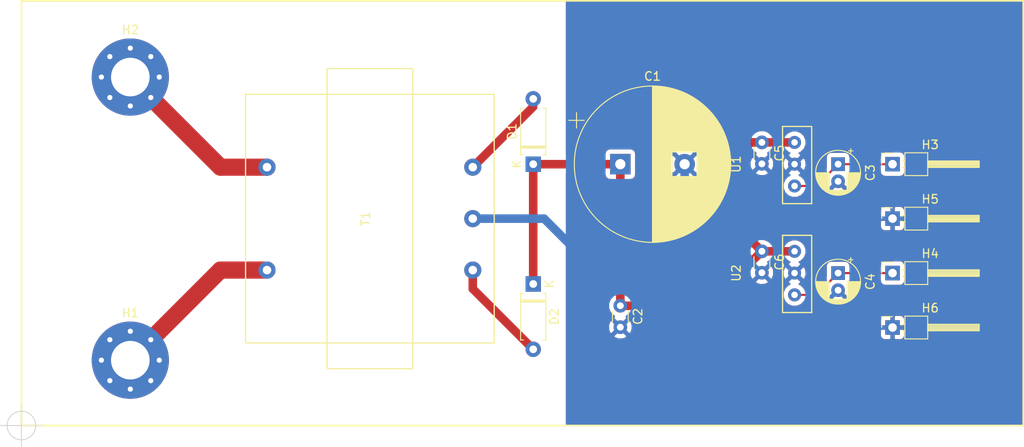
<source format=kicad_pcb>
(kicad_pcb (version 20171130) (host pcbnew "(5.0.1-3-g963ef8bb5)")

  (general
    (thickness 1.6)
    (drawings 5)
    (tracks 31)
    (zones 0)
    (modules 17)
    (nets 9)
  )

  (page A4)
  (layers
    (0 F.Cu signal)
    (31 B.Cu signal)
    (32 B.Adhes user)
    (33 F.Adhes user)
    (34 B.Paste user)
    (35 F.Paste user)
    (36 B.SilkS user)
    (37 F.SilkS user)
    (38 B.Mask user)
    (39 F.Mask user)
    (40 Dwgs.User user)
    (41 Cmts.User user)
    (42 Eco1.User user)
    (43 Eco2.User user)
    (44 Edge.Cuts user)
    (45 Margin user)
    (46 B.CrtYd user)
    (47 F.CrtYd user)
    (48 B.Fab user)
    (49 F.Fab user)
  )

  (setup
    (last_trace_width 0.25)
    (trace_clearance 0.2)
    (zone_clearance 0.508)
    (zone_45_only no)
    (trace_min 0.2)
    (segment_width 0.2)
    (edge_width 0.1)
    (via_size 0.8)
    (via_drill 0.4)
    (via_min_size 0.8)
    (via_min_drill 0.3)
    (uvia_size 0.3)
    (uvia_drill 0.1)
    (uvias_allowed no)
    (uvia_min_size 0.2)
    (uvia_min_drill 0.1)
    (pcb_text_width 0.3)
    (pcb_text_size 1.5 1.5)
    (mod_edge_width 0.15)
    (mod_text_size 1 1)
    (mod_text_width 0.15)
    (pad_size 1.5 1.5)
    (pad_drill 0.6)
    (pad_to_mask_clearance 0)
    (solder_mask_min_width 0.25)
    (aux_axis_origin 0 0)
    (visible_elements FFFFFF7F)
    (pcbplotparams
      (layerselection 0x010fc_ffffffff)
      (usegerberextensions false)
      (usegerberattributes false)
      (usegerberadvancedattributes false)
      (creategerberjobfile false)
      (excludeedgelayer true)
      (linewidth 0.100000)
      (plotframeref false)
      (viasonmask false)
      (mode 1)
      (useauxorigin false)
      (hpglpennumber 1)
      (hpglpenspeed 20)
      (hpglpendiameter 15.000000)
      (psnegative false)
      (psa4output false)
      (plotreference true)
      (plotvalue true)
      (plotinvisibletext false)
      (padsonsilk false)
      (subtractmaskfromsilk false)
      (outputformat 1)
      (mirror false)
      (drillshape 1)
      (scaleselection 1)
      (outputdirectory ""))
  )

  (net 0 "")
  (net 1 "Net-(C1-Pad1)")
  (net 2 GND)
  (net 3 "Net-(C3-Pad1)")
  (net 4 "Net-(C4-Pad1)")
  (net 5 "Net-(D1-Pad2)")
  (net 6 "Net-(D2-Pad2)")
  (net 7 AC)
  (net 8 "Net-(H2-Pad1)")

  (net_class Default "これはデフォルトのネット クラスです。"
    (clearance 0.2)
    (trace_width 0.25)
    (via_dia 0.8)
    (via_drill 0.4)
    (uvia_dia 0.3)
    (uvia_drill 0.1)
    (add_net AC)
    (add_net GND)
    (add_net "Net-(C1-Pad1)")
    (add_net "Net-(C3-Pad1)")
    (add_net "Net-(C4-Pad1)")
    (add_net "Net-(D1-Pad2)")
    (add_net "Net-(D2-Pad2)")
    (add_net "Net-(H2-Pad1)")
  )

  (net_class Elecrow ""
    (clearance 0.254)
    (trace_width 0.254)
    (via_dia 0.8)
    (via_drill 0.4)
    (uvia_dia 0.3)
    (uvia_drill 0.1)
  )

  (module Capacitor_THT:CP_Radial_D18.0mm_P7.50mm (layer F.Cu) (tedit 5AE50EF1) (tstamp 5C083A9D)
    (at 161.29 93.98)
    (descr "CP, Radial series, Radial, pin pitch=7.50mm, , diameter=18mm, Electrolytic Capacitor")
    (tags "CP Radial series Radial pin pitch 7.50mm  diameter 18mm Electrolytic Capacitor")
    (path /5BD5EB54)
    (fp_text reference C1 (at 3.75 -10.25) (layer F.SilkS)
      (effects (font (size 1 1) (thickness 0.15)))
    )
    (fp_text value CP1 (at 3.75 10.25) (layer F.Fab)
      (effects (font (size 1 1) (thickness 0.15)))
    )
    (fp_circle (center 3.75 0) (end 12.75 0) (layer F.Fab) (width 0.1))
    (fp_circle (center 3.75 0) (end 12.87 0) (layer F.SilkS) (width 0.12))
    (fp_circle (center 3.75 0) (end 13 0) (layer F.CrtYd) (width 0.05))
    (fp_line (start -3.987271 -3.9475) (end -2.187271 -3.9475) (layer F.Fab) (width 0.1))
    (fp_line (start -3.087271 -4.8475) (end -3.087271 -3.0475) (layer F.Fab) (width 0.1))
    (fp_line (start 3.75 -9.081) (end 3.75 9.081) (layer F.SilkS) (width 0.12))
    (fp_line (start 3.79 -9.08) (end 3.79 9.08) (layer F.SilkS) (width 0.12))
    (fp_line (start 3.83 -9.08) (end 3.83 9.08) (layer F.SilkS) (width 0.12))
    (fp_line (start 3.87 -9.08) (end 3.87 9.08) (layer F.SilkS) (width 0.12))
    (fp_line (start 3.91 -9.079) (end 3.91 9.079) (layer F.SilkS) (width 0.12))
    (fp_line (start 3.95 -9.078) (end 3.95 9.078) (layer F.SilkS) (width 0.12))
    (fp_line (start 3.99 -9.077) (end 3.99 9.077) (layer F.SilkS) (width 0.12))
    (fp_line (start 4.03 -9.076) (end 4.03 9.076) (layer F.SilkS) (width 0.12))
    (fp_line (start 4.07 -9.075) (end 4.07 9.075) (layer F.SilkS) (width 0.12))
    (fp_line (start 4.11 -9.073) (end 4.11 9.073) (layer F.SilkS) (width 0.12))
    (fp_line (start 4.15 -9.072) (end 4.15 9.072) (layer F.SilkS) (width 0.12))
    (fp_line (start 4.19 -9.07) (end 4.19 9.07) (layer F.SilkS) (width 0.12))
    (fp_line (start 4.23 -9.068) (end 4.23 9.068) (layer F.SilkS) (width 0.12))
    (fp_line (start 4.27 -9.066) (end 4.27 9.066) (layer F.SilkS) (width 0.12))
    (fp_line (start 4.31 -9.063) (end 4.31 9.063) (layer F.SilkS) (width 0.12))
    (fp_line (start 4.35 -9.061) (end 4.35 9.061) (layer F.SilkS) (width 0.12))
    (fp_line (start 4.39 -9.058) (end 4.39 9.058) (layer F.SilkS) (width 0.12))
    (fp_line (start 4.43 -9.055) (end 4.43 9.055) (layer F.SilkS) (width 0.12))
    (fp_line (start 4.471 -9.052) (end 4.471 9.052) (layer F.SilkS) (width 0.12))
    (fp_line (start 4.511 -9.049) (end 4.511 9.049) (layer F.SilkS) (width 0.12))
    (fp_line (start 4.551 -9.045) (end 4.551 9.045) (layer F.SilkS) (width 0.12))
    (fp_line (start 4.591 -9.042) (end 4.591 9.042) (layer F.SilkS) (width 0.12))
    (fp_line (start 4.631 -9.038) (end 4.631 9.038) (layer F.SilkS) (width 0.12))
    (fp_line (start 4.671 -9.034) (end 4.671 9.034) (layer F.SilkS) (width 0.12))
    (fp_line (start 4.711 -9.03) (end 4.711 9.03) (layer F.SilkS) (width 0.12))
    (fp_line (start 4.751 -9.026) (end 4.751 9.026) (layer F.SilkS) (width 0.12))
    (fp_line (start 4.791 -9.021) (end 4.791 9.021) (layer F.SilkS) (width 0.12))
    (fp_line (start 4.831 -9.016) (end 4.831 9.016) (layer F.SilkS) (width 0.12))
    (fp_line (start 4.871 -9.011) (end 4.871 9.011) (layer F.SilkS) (width 0.12))
    (fp_line (start 4.911 -9.006) (end 4.911 9.006) (layer F.SilkS) (width 0.12))
    (fp_line (start 4.951 -9.001) (end 4.951 9.001) (layer F.SilkS) (width 0.12))
    (fp_line (start 4.991 -8.996) (end 4.991 8.996) (layer F.SilkS) (width 0.12))
    (fp_line (start 5.031 -8.99) (end 5.031 8.99) (layer F.SilkS) (width 0.12))
    (fp_line (start 5.071 -8.984) (end 5.071 8.984) (layer F.SilkS) (width 0.12))
    (fp_line (start 5.111 -8.979) (end 5.111 8.979) (layer F.SilkS) (width 0.12))
    (fp_line (start 5.151 -8.972) (end 5.151 8.972) (layer F.SilkS) (width 0.12))
    (fp_line (start 5.191 -8.966) (end 5.191 8.966) (layer F.SilkS) (width 0.12))
    (fp_line (start 5.231 -8.96) (end 5.231 8.96) (layer F.SilkS) (width 0.12))
    (fp_line (start 5.271 -8.953) (end 5.271 8.953) (layer F.SilkS) (width 0.12))
    (fp_line (start 5.311 -8.946) (end 5.311 8.946) (layer F.SilkS) (width 0.12))
    (fp_line (start 5.351 -8.939) (end 5.351 8.939) (layer F.SilkS) (width 0.12))
    (fp_line (start 5.391 -8.932) (end 5.391 8.932) (layer F.SilkS) (width 0.12))
    (fp_line (start 5.431 -8.924) (end 5.431 8.924) (layer F.SilkS) (width 0.12))
    (fp_line (start 5.471 -8.917) (end 5.471 8.917) (layer F.SilkS) (width 0.12))
    (fp_line (start 5.511 -8.909) (end 5.511 8.909) (layer F.SilkS) (width 0.12))
    (fp_line (start 5.551 -8.901) (end 5.551 8.901) (layer F.SilkS) (width 0.12))
    (fp_line (start 5.591 -8.893) (end 5.591 8.893) (layer F.SilkS) (width 0.12))
    (fp_line (start 5.631 -8.885) (end 5.631 8.885) (layer F.SilkS) (width 0.12))
    (fp_line (start 5.671 -8.876) (end 5.671 8.876) (layer F.SilkS) (width 0.12))
    (fp_line (start 5.711 -8.867) (end 5.711 8.867) (layer F.SilkS) (width 0.12))
    (fp_line (start 5.751 -8.858) (end 5.751 8.858) (layer F.SilkS) (width 0.12))
    (fp_line (start 5.791 -8.849) (end 5.791 8.849) (layer F.SilkS) (width 0.12))
    (fp_line (start 5.831 -8.84) (end 5.831 8.84) (layer F.SilkS) (width 0.12))
    (fp_line (start 5.871 -8.831) (end 5.871 8.831) (layer F.SilkS) (width 0.12))
    (fp_line (start 5.911 -8.821) (end 5.911 8.821) (layer F.SilkS) (width 0.12))
    (fp_line (start 5.951 -8.811) (end 5.951 8.811) (layer F.SilkS) (width 0.12))
    (fp_line (start 5.991 -8.801) (end 5.991 8.801) (layer F.SilkS) (width 0.12))
    (fp_line (start 6.031 -8.791) (end 6.031 8.791) (layer F.SilkS) (width 0.12))
    (fp_line (start 6.071 -8.78) (end 6.071 -1.44) (layer F.SilkS) (width 0.12))
    (fp_line (start 6.071 1.44) (end 6.071 8.78) (layer F.SilkS) (width 0.12))
    (fp_line (start 6.111 -8.77) (end 6.111 -1.44) (layer F.SilkS) (width 0.12))
    (fp_line (start 6.111 1.44) (end 6.111 8.77) (layer F.SilkS) (width 0.12))
    (fp_line (start 6.151 -8.759) (end 6.151 -1.44) (layer F.SilkS) (width 0.12))
    (fp_line (start 6.151 1.44) (end 6.151 8.759) (layer F.SilkS) (width 0.12))
    (fp_line (start 6.191 -8.748) (end 6.191 -1.44) (layer F.SilkS) (width 0.12))
    (fp_line (start 6.191 1.44) (end 6.191 8.748) (layer F.SilkS) (width 0.12))
    (fp_line (start 6.231 -8.737) (end 6.231 -1.44) (layer F.SilkS) (width 0.12))
    (fp_line (start 6.231 1.44) (end 6.231 8.737) (layer F.SilkS) (width 0.12))
    (fp_line (start 6.271 -8.725) (end 6.271 -1.44) (layer F.SilkS) (width 0.12))
    (fp_line (start 6.271 1.44) (end 6.271 8.725) (layer F.SilkS) (width 0.12))
    (fp_line (start 6.311 -8.714) (end 6.311 -1.44) (layer F.SilkS) (width 0.12))
    (fp_line (start 6.311 1.44) (end 6.311 8.714) (layer F.SilkS) (width 0.12))
    (fp_line (start 6.351 -8.702) (end 6.351 -1.44) (layer F.SilkS) (width 0.12))
    (fp_line (start 6.351 1.44) (end 6.351 8.702) (layer F.SilkS) (width 0.12))
    (fp_line (start 6.391 -8.69) (end 6.391 -1.44) (layer F.SilkS) (width 0.12))
    (fp_line (start 6.391 1.44) (end 6.391 8.69) (layer F.SilkS) (width 0.12))
    (fp_line (start 6.431 -8.678) (end 6.431 -1.44) (layer F.SilkS) (width 0.12))
    (fp_line (start 6.431 1.44) (end 6.431 8.678) (layer F.SilkS) (width 0.12))
    (fp_line (start 6.471 -8.665) (end 6.471 -1.44) (layer F.SilkS) (width 0.12))
    (fp_line (start 6.471 1.44) (end 6.471 8.665) (layer F.SilkS) (width 0.12))
    (fp_line (start 6.511 -8.653) (end 6.511 -1.44) (layer F.SilkS) (width 0.12))
    (fp_line (start 6.511 1.44) (end 6.511 8.653) (layer F.SilkS) (width 0.12))
    (fp_line (start 6.551 -8.64) (end 6.551 -1.44) (layer F.SilkS) (width 0.12))
    (fp_line (start 6.551 1.44) (end 6.551 8.64) (layer F.SilkS) (width 0.12))
    (fp_line (start 6.591 -8.627) (end 6.591 -1.44) (layer F.SilkS) (width 0.12))
    (fp_line (start 6.591 1.44) (end 6.591 8.627) (layer F.SilkS) (width 0.12))
    (fp_line (start 6.631 -8.614) (end 6.631 -1.44) (layer F.SilkS) (width 0.12))
    (fp_line (start 6.631 1.44) (end 6.631 8.614) (layer F.SilkS) (width 0.12))
    (fp_line (start 6.671 -8.6) (end 6.671 -1.44) (layer F.SilkS) (width 0.12))
    (fp_line (start 6.671 1.44) (end 6.671 8.6) (layer F.SilkS) (width 0.12))
    (fp_line (start 6.711 -8.587) (end 6.711 -1.44) (layer F.SilkS) (width 0.12))
    (fp_line (start 6.711 1.44) (end 6.711 8.587) (layer F.SilkS) (width 0.12))
    (fp_line (start 6.751 -8.573) (end 6.751 -1.44) (layer F.SilkS) (width 0.12))
    (fp_line (start 6.751 1.44) (end 6.751 8.573) (layer F.SilkS) (width 0.12))
    (fp_line (start 6.791 -8.559) (end 6.791 -1.44) (layer F.SilkS) (width 0.12))
    (fp_line (start 6.791 1.44) (end 6.791 8.559) (layer F.SilkS) (width 0.12))
    (fp_line (start 6.831 -8.545) (end 6.831 -1.44) (layer F.SilkS) (width 0.12))
    (fp_line (start 6.831 1.44) (end 6.831 8.545) (layer F.SilkS) (width 0.12))
    (fp_line (start 6.871 -8.53) (end 6.871 -1.44) (layer F.SilkS) (width 0.12))
    (fp_line (start 6.871 1.44) (end 6.871 8.53) (layer F.SilkS) (width 0.12))
    (fp_line (start 6.911 -8.516) (end 6.911 -1.44) (layer F.SilkS) (width 0.12))
    (fp_line (start 6.911 1.44) (end 6.911 8.516) (layer F.SilkS) (width 0.12))
    (fp_line (start 6.951 -8.501) (end 6.951 -1.44) (layer F.SilkS) (width 0.12))
    (fp_line (start 6.951 1.44) (end 6.951 8.501) (layer F.SilkS) (width 0.12))
    (fp_line (start 6.991 -8.486) (end 6.991 -1.44) (layer F.SilkS) (width 0.12))
    (fp_line (start 6.991 1.44) (end 6.991 8.486) (layer F.SilkS) (width 0.12))
    (fp_line (start 7.031 -8.47) (end 7.031 -1.44) (layer F.SilkS) (width 0.12))
    (fp_line (start 7.031 1.44) (end 7.031 8.47) (layer F.SilkS) (width 0.12))
    (fp_line (start 7.071 -8.455) (end 7.071 -1.44) (layer F.SilkS) (width 0.12))
    (fp_line (start 7.071 1.44) (end 7.071 8.455) (layer F.SilkS) (width 0.12))
    (fp_line (start 7.111 -8.439) (end 7.111 -1.44) (layer F.SilkS) (width 0.12))
    (fp_line (start 7.111 1.44) (end 7.111 8.439) (layer F.SilkS) (width 0.12))
    (fp_line (start 7.151 -8.423) (end 7.151 -1.44) (layer F.SilkS) (width 0.12))
    (fp_line (start 7.151 1.44) (end 7.151 8.423) (layer F.SilkS) (width 0.12))
    (fp_line (start 7.191 -8.407) (end 7.191 -1.44) (layer F.SilkS) (width 0.12))
    (fp_line (start 7.191 1.44) (end 7.191 8.407) (layer F.SilkS) (width 0.12))
    (fp_line (start 7.231 -8.39) (end 7.231 -1.44) (layer F.SilkS) (width 0.12))
    (fp_line (start 7.231 1.44) (end 7.231 8.39) (layer F.SilkS) (width 0.12))
    (fp_line (start 7.271 -8.374) (end 7.271 -1.44) (layer F.SilkS) (width 0.12))
    (fp_line (start 7.271 1.44) (end 7.271 8.374) (layer F.SilkS) (width 0.12))
    (fp_line (start 7.311 -8.357) (end 7.311 -1.44) (layer F.SilkS) (width 0.12))
    (fp_line (start 7.311 1.44) (end 7.311 8.357) (layer F.SilkS) (width 0.12))
    (fp_line (start 7.351 -8.34) (end 7.351 -1.44) (layer F.SilkS) (width 0.12))
    (fp_line (start 7.351 1.44) (end 7.351 8.34) (layer F.SilkS) (width 0.12))
    (fp_line (start 7.391 -8.323) (end 7.391 -1.44) (layer F.SilkS) (width 0.12))
    (fp_line (start 7.391 1.44) (end 7.391 8.323) (layer F.SilkS) (width 0.12))
    (fp_line (start 7.431 -8.305) (end 7.431 -1.44) (layer F.SilkS) (width 0.12))
    (fp_line (start 7.431 1.44) (end 7.431 8.305) (layer F.SilkS) (width 0.12))
    (fp_line (start 7.471 -8.287) (end 7.471 -1.44) (layer F.SilkS) (width 0.12))
    (fp_line (start 7.471 1.44) (end 7.471 8.287) (layer F.SilkS) (width 0.12))
    (fp_line (start 7.511 -8.269) (end 7.511 -1.44) (layer F.SilkS) (width 0.12))
    (fp_line (start 7.511 1.44) (end 7.511 8.269) (layer F.SilkS) (width 0.12))
    (fp_line (start 7.551 -8.251) (end 7.551 -1.44) (layer F.SilkS) (width 0.12))
    (fp_line (start 7.551 1.44) (end 7.551 8.251) (layer F.SilkS) (width 0.12))
    (fp_line (start 7.591 -8.233) (end 7.591 -1.44) (layer F.SilkS) (width 0.12))
    (fp_line (start 7.591 1.44) (end 7.591 8.233) (layer F.SilkS) (width 0.12))
    (fp_line (start 7.631 -8.214) (end 7.631 -1.44) (layer F.SilkS) (width 0.12))
    (fp_line (start 7.631 1.44) (end 7.631 8.214) (layer F.SilkS) (width 0.12))
    (fp_line (start 7.671 -8.195) (end 7.671 -1.44) (layer F.SilkS) (width 0.12))
    (fp_line (start 7.671 1.44) (end 7.671 8.195) (layer F.SilkS) (width 0.12))
    (fp_line (start 7.711 -8.176) (end 7.711 -1.44) (layer F.SilkS) (width 0.12))
    (fp_line (start 7.711 1.44) (end 7.711 8.176) (layer F.SilkS) (width 0.12))
    (fp_line (start 7.751 -8.156) (end 7.751 -1.44) (layer F.SilkS) (width 0.12))
    (fp_line (start 7.751 1.44) (end 7.751 8.156) (layer F.SilkS) (width 0.12))
    (fp_line (start 7.791 -8.137) (end 7.791 -1.44) (layer F.SilkS) (width 0.12))
    (fp_line (start 7.791 1.44) (end 7.791 8.137) (layer F.SilkS) (width 0.12))
    (fp_line (start 7.831 -8.117) (end 7.831 -1.44) (layer F.SilkS) (width 0.12))
    (fp_line (start 7.831 1.44) (end 7.831 8.117) (layer F.SilkS) (width 0.12))
    (fp_line (start 7.871 -8.097) (end 7.871 -1.44) (layer F.SilkS) (width 0.12))
    (fp_line (start 7.871 1.44) (end 7.871 8.097) (layer F.SilkS) (width 0.12))
    (fp_line (start 7.911 -8.076) (end 7.911 -1.44) (layer F.SilkS) (width 0.12))
    (fp_line (start 7.911 1.44) (end 7.911 8.076) (layer F.SilkS) (width 0.12))
    (fp_line (start 7.951 -8.056) (end 7.951 -1.44) (layer F.SilkS) (width 0.12))
    (fp_line (start 7.951 1.44) (end 7.951 8.056) (layer F.SilkS) (width 0.12))
    (fp_line (start 7.991 -8.035) (end 7.991 -1.44) (layer F.SilkS) (width 0.12))
    (fp_line (start 7.991 1.44) (end 7.991 8.035) (layer F.SilkS) (width 0.12))
    (fp_line (start 8.031 -8.014) (end 8.031 -1.44) (layer F.SilkS) (width 0.12))
    (fp_line (start 8.031 1.44) (end 8.031 8.014) (layer F.SilkS) (width 0.12))
    (fp_line (start 8.071 -7.992) (end 8.071 -1.44) (layer F.SilkS) (width 0.12))
    (fp_line (start 8.071 1.44) (end 8.071 7.992) (layer F.SilkS) (width 0.12))
    (fp_line (start 8.111 -7.971) (end 8.111 -1.44) (layer F.SilkS) (width 0.12))
    (fp_line (start 8.111 1.44) (end 8.111 7.971) (layer F.SilkS) (width 0.12))
    (fp_line (start 8.151 -7.949) (end 8.151 -1.44) (layer F.SilkS) (width 0.12))
    (fp_line (start 8.151 1.44) (end 8.151 7.949) (layer F.SilkS) (width 0.12))
    (fp_line (start 8.191 -7.927) (end 8.191 -1.44) (layer F.SilkS) (width 0.12))
    (fp_line (start 8.191 1.44) (end 8.191 7.927) (layer F.SilkS) (width 0.12))
    (fp_line (start 8.231 -7.904) (end 8.231 -1.44) (layer F.SilkS) (width 0.12))
    (fp_line (start 8.231 1.44) (end 8.231 7.904) (layer F.SilkS) (width 0.12))
    (fp_line (start 8.271 -7.882) (end 8.271 -1.44) (layer F.SilkS) (width 0.12))
    (fp_line (start 8.271 1.44) (end 8.271 7.882) (layer F.SilkS) (width 0.12))
    (fp_line (start 8.311 -7.859) (end 8.311 -1.44) (layer F.SilkS) (width 0.12))
    (fp_line (start 8.311 1.44) (end 8.311 7.859) (layer F.SilkS) (width 0.12))
    (fp_line (start 8.351 -7.835) (end 8.351 -1.44) (layer F.SilkS) (width 0.12))
    (fp_line (start 8.351 1.44) (end 8.351 7.835) (layer F.SilkS) (width 0.12))
    (fp_line (start 8.391 -7.812) (end 8.391 -1.44) (layer F.SilkS) (width 0.12))
    (fp_line (start 8.391 1.44) (end 8.391 7.812) (layer F.SilkS) (width 0.12))
    (fp_line (start 8.431 -7.788) (end 8.431 -1.44) (layer F.SilkS) (width 0.12))
    (fp_line (start 8.431 1.44) (end 8.431 7.788) (layer F.SilkS) (width 0.12))
    (fp_line (start 8.471 -7.764) (end 8.471 -1.44) (layer F.SilkS) (width 0.12))
    (fp_line (start 8.471 1.44) (end 8.471 7.764) (layer F.SilkS) (width 0.12))
    (fp_line (start 8.511 -7.74) (end 8.511 -1.44) (layer F.SilkS) (width 0.12))
    (fp_line (start 8.511 1.44) (end 8.511 7.74) (layer F.SilkS) (width 0.12))
    (fp_line (start 8.551 -7.715) (end 8.551 -1.44) (layer F.SilkS) (width 0.12))
    (fp_line (start 8.551 1.44) (end 8.551 7.715) (layer F.SilkS) (width 0.12))
    (fp_line (start 8.591 -7.69) (end 8.591 -1.44) (layer F.SilkS) (width 0.12))
    (fp_line (start 8.591 1.44) (end 8.591 7.69) (layer F.SilkS) (width 0.12))
    (fp_line (start 8.631 -7.665) (end 8.631 -1.44) (layer F.SilkS) (width 0.12))
    (fp_line (start 8.631 1.44) (end 8.631 7.665) (layer F.SilkS) (width 0.12))
    (fp_line (start 8.671 -7.64) (end 8.671 -1.44) (layer F.SilkS) (width 0.12))
    (fp_line (start 8.671 1.44) (end 8.671 7.64) (layer F.SilkS) (width 0.12))
    (fp_line (start 8.711 -7.614) (end 8.711 -1.44) (layer F.SilkS) (width 0.12))
    (fp_line (start 8.711 1.44) (end 8.711 7.614) (layer F.SilkS) (width 0.12))
    (fp_line (start 8.751 -7.588) (end 8.751 -1.44) (layer F.SilkS) (width 0.12))
    (fp_line (start 8.751 1.44) (end 8.751 7.588) (layer F.SilkS) (width 0.12))
    (fp_line (start 8.791 -7.561) (end 8.791 -1.44) (layer F.SilkS) (width 0.12))
    (fp_line (start 8.791 1.44) (end 8.791 7.561) (layer F.SilkS) (width 0.12))
    (fp_line (start 8.831 -7.535) (end 8.831 -1.44) (layer F.SilkS) (width 0.12))
    (fp_line (start 8.831 1.44) (end 8.831 7.535) (layer F.SilkS) (width 0.12))
    (fp_line (start 8.871 -7.508) (end 8.871 -1.44) (layer F.SilkS) (width 0.12))
    (fp_line (start 8.871 1.44) (end 8.871 7.508) (layer F.SilkS) (width 0.12))
    (fp_line (start 8.911 -7.48) (end 8.911 -1.44) (layer F.SilkS) (width 0.12))
    (fp_line (start 8.911 1.44) (end 8.911 7.48) (layer F.SilkS) (width 0.12))
    (fp_line (start 8.951 -7.453) (end 8.951 7.453) (layer F.SilkS) (width 0.12))
    (fp_line (start 8.991 -7.425) (end 8.991 7.425) (layer F.SilkS) (width 0.12))
    (fp_line (start 9.031 -7.397) (end 9.031 7.397) (layer F.SilkS) (width 0.12))
    (fp_line (start 9.071 -7.368) (end 9.071 7.368) (layer F.SilkS) (width 0.12))
    (fp_line (start 9.111 -7.339) (end 9.111 7.339) (layer F.SilkS) (width 0.12))
    (fp_line (start 9.151 -7.31) (end 9.151 7.31) (layer F.SilkS) (width 0.12))
    (fp_line (start 9.191 -7.28) (end 9.191 7.28) (layer F.SilkS) (width 0.12))
    (fp_line (start 9.231 -7.25) (end 9.231 7.25) (layer F.SilkS) (width 0.12))
    (fp_line (start 9.271 -7.22) (end 9.271 7.22) (layer F.SilkS) (width 0.12))
    (fp_line (start 9.311 -7.19) (end 9.311 7.19) (layer F.SilkS) (width 0.12))
    (fp_line (start 9.351 -7.159) (end 9.351 7.159) (layer F.SilkS) (width 0.12))
    (fp_line (start 9.391 -7.127) (end 9.391 7.127) (layer F.SilkS) (width 0.12))
    (fp_line (start 9.431 -7.096) (end 9.431 7.096) (layer F.SilkS) (width 0.12))
    (fp_line (start 9.471 -7.064) (end 9.471 7.064) (layer F.SilkS) (width 0.12))
    (fp_line (start 9.511 -7.031) (end 9.511 7.031) (layer F.SilkS) (width 0.12))
    (fp_line (start 9.551 -6.999) (end 9.551 6.999) (layer F.SilkS) (width 0.12))
    (fp_line (start 9.591 -6.965) (end 9.591 6.965) (layer F.SilkS) (width 0.12))
    (fp_line (start 9.631 -6.932) (end 9.631 6.932) (layer F.SilkS) (width 0.12))
    (fp_line (start 9.671 -6.898) (end 9.671 6.898) (layer F.SilkS) (width 0.12))
    (fp_line (start 9.711 -6.864) (end 9.711 6.864) (layer F.SilkS) (width 0.12))
    (fp_line (start 9.751 -6.829) (end 9.751 6.829) (layer F.SilkS) (width 0.12))
    (fp_line (start 9.791 -6.794) (end 9.791 6.794) (layer F.SilkS) (width 0.12))
    (fp_line (start 9.831 -6.758) (end 9.831 6.758) (layer F.SilkS) (width 0.12))
    (fp_line (start 9.871 -6.722) (end 9.871 6.722) (layer F.SilkS) (width 0.12))
    (fp_line (start 9.911 -6.686) (end 9.911 6.686) (layer F.SilkS) (width 0.12))
    (fp_line (start 9.951 -6.649) (end 9.951 6.649) (layer F.SilkS) (width 0.12))
    (fp_line (start 9.991 -6.612) (end 9.991 6.612) (layer F.SilkS) (width 0.12))
    (fp_line (start 10.031 -6.574) (end 10.031 6.574) (layer F.SilkS) (width 0.12))
    (fp_line (start 10.071 -6.536) (end 10.071 6.536) (layer F.SilkS) (width 0.12))
    (fp_line (start 10.111 -6.497) (end 10.111 6.497) (layer F.SilkS) (width 0.12))
    (fp_line (start 10.151 -6.458) (end 10.151 6.458) (layer F.SilkS) (width 0.12))
    (fp_line (start 10.191 -6.418) (end 10.191 6.418) (layer F.SilkS) (width 0.12))
    (fp_line (start 10.231 -6.378) (end 10.231 6.378) (layer F.SilkS) (width 0.12))
    (fp_line (start 10.271 -6.337) (end 10.271 6.337) (layer F.SilkS) (width 0.12))
    (fp_line (start 10.311 -6.296) (end 10.311 6.296) (layer F.SilkS) (width 0.12))
    (fp_line (start 10.351 -6.254) (end 10.351 6.254) (layer F.SilkS) (width 0.12))
    (fp_line (start 10.391 -6.212) (end 10.391 6.212) (layer F.SilkS) (width 0.12))
    (fp_line (start 10.431 -6.17) (end 10.431 6.17) (layer F.SilkS) (width 0.12))
    (fp_line (start 10.471 -6.126) (end 10.471 6.126) (layer F.SilkS) (width 0.12))
    (fp_line (start 10.511 -6.082) (end 10.511 6.082) (layer F.SilkS) (width 0.12))
    (fp_line (start 10.551 -6.038) (end 10.551 6.038) (layer F.SilkS) (width 0.12))
    (fp_line (start 10.591 -5.993) (end 10.591 5.993) (layer F.SilkS) (width 0.12))
    (fp_line (start 10.631 -5.947) (end 10.631 5.947) (layer F.SilkS) (width 0.12))
    (fp_line (start 10.671 -5.901) (end 10.671 5.901) (layer F.SilkS) (width 0.12))
    (fp_line (start 10.711 -5.854) (end 10.711 5.854) (layer F.SilkS) (width 0.12))
    (fp_line (start 10.751 -5.806) (end 10.751 5.806) (layer F.SilkS) (width 0.12))
    (fp_line (start 10.791 -5.758) (end 10.791 5.758) (layer F.SilkS) (width 0.12))
    (fp_line (start 10.831 -5.709) (end 10.831 5.709) (layer F.SilkS) (width 0.12))
    (fp_line (start 10.871 -5.66) (end 10.871 5.66) (layer F.SilkS) (width 0.12))
    (fp_line (start 10.911 -5.609) (end 10.911 5.609) (layer F.SilkS) (width 0.12))
    (fp_line (start 10.951 -5.558) (end 10.951 5.558) (layer F.SilkS) (width 0.12))
    (fp_line (start 10.991 -5.506) (end 10.991 5.506) (layer F.SilkS) (width 0.12))
    (fp_line (start 11.031 -5.454) (end 11.031 5.454) (layer F.SilkS) (width 0.12))
    (fp_line (start 11.071 -5.4) (end 11.071 5.4) (layer F.SilkS) (width 0.12))
    (fp_line (start 11.111 -5.346) (end 11.111 5.346) (layer F.SilkS) (width 0.12))
    (fp_line (start 11.151 -5.291) (end 11.151 5.291) (layer F.SilkS) (width 0.12))
    (fp_line (start 11.191 -5.235) (end 11.191 5.235) (layer F.SilkS) (width 0.12))
    (fp_line (start 11.231 -5.178) (end 11.231 5.178) (layer F.SilkS) (width 0.12))
    (fp_line (start 11.271 -5.12) (end 11.271 5.12) (layer F.SilkS) (width 0.12))
    (fp_line (start 11.311 -5.062) (end 11.311 5.062) (layer F.SilkS) (width 0.12))
    (fp_line (start 11.351 -5.002) (end 11.351 5.002) (layer F.SilkS) (width 0.12))
    (fp_line (start 11.391 -4.941) (end 11.391 4.941) (layer F.SilkS) (width 0.12))
    (fp_line (start 11.431 -4.879) (end 11.431 4.879) (layer F.SilkS) (width 0.12))
    (fp_line (start 11.471 -4.816) (end 11.471 4.816) (layer F.SilkS) (width 0.12))
    (fp_line (start 11.511 -4.752) (end 11.511 4.752) (layer F.SilkS) (width 0.12))
    (fp_line (start 11.551 -4.686) (end 11.551 4.686) (layer F.SilkS) (width 0.12))
    (fp_line (start 11.591 -4.62) (end 11.591 4.62) (layer F.SilkS) (width 0.12))
    (fp_line (start 11.631 -4.552) (end 11.631 4.552) (layer F.SilkS) (width 0.12))
    (fp_line (start 11.671 -4.482) (end 11.671 4.482) (layer F.SilkS) (width 0.12))
    (fp_line (start 11.711 -4.412) (end 11.711 4.412) (layer F.SilkS) (width 0.12))
    (fp_line (start 11.751 -4.339) (end 11.751 4.339) (layer F.SilkS) (width 0.12))
    (fp_line (start 11.791 -4.265) (end 11.791 4.265) (layer F.SilkS) (width 0.12))
    (fp_line (start 11.831 -4.19) (end 11.831 4.19) (layer F.SilkS) (width 0.12))
    (fp_line (start 11.871 -4.113) (end 11.871 4.113) (layer F.SilkS) (width 0.12))
    (fp_line (start 11.911 -4.033) (end 11.911 4.033) (layer F.SilkS) (width 0.12))
    (fp_line (start 11.95 -3.952) (end 11.95 3.952) (layer F.SilkS) (width 0.12))
    (fp_line (start 11.99 -3.869) (end 11.99 3.869) (layer F.SilkS) (width 0.12))
    (fp_line (start 12.03 -3.784) (end 12.03 3.784) (layer F.SilkS) (width 0.12))
    (fp_line (start 12.07 -3.696) (end 12.07 3.696) (layer F.SilkS) (width 0.12))
    (fp_line (start 12.11 -3.605) (end 12.11 3.605) (layer F.SilkS) (width 0.12))
    (fp_line (start 12.15 -3.512) (end 12.15 3.512) (layer F.SilkS) (width 0.12))
    (fp_line (start 12.19 -3.416) (end 12.19 3.416) (layer F.SilkS) (width 0.12))
    (fp_line (start 12.23 -3.317) (end 12.23 3.317) (layer F.SilkS) (width 0.12))
    (fp_line (start 12.27 -3.214) (end 12.27 3.214) (layer F.SilkS) (width 0.12))
    (fp_line (start 12.31 -3.107) (end 12.31 3.107) (layer F.SilkS) (width 0.12))
    (fp_line (start 12.35 -2.996) (end 12.35 2.996) (layer F.SilkS) (width 0.12))
    (fp_line (start 12.39 -2.88) (end 12.39 2.88) (layer F.SilkS) (width 0.12))
    (fp_line (start 12.43 -2.759) (end 12.43 2.759) (layer F.SilkS) (width 0.12))
    (fp_line (start 12.47 -2.632) (end 12.47 2.632) (layer F.SilkS) (width 0.12))
    (fp_line (start 12.51 -2.498) (end 12.51 2.498) (layer F.SilkS) (width 0.12))
    (fp_line (start 12.55 -2.355) (end 12.55 2.355) (layer F.SilkS) (width 0.12))
    (fp_line (start 12.59 -2.203) (end 12.59 2.203) (layer F.SilkS) (width 0.12))
    (fp_line (start 12.63 -2.039) (end 12.63 2.039) (layer F.SilkS) (width 0.12))
    (fp_line (start 12.67 -1.86) (end 12.67 1.86) (layer F.SilkS) (width 0.12))
    (fp_line (start 12.71 -1.661) (end 12.71 1.661) (layer F.SilkS) (width 0.12))
    (fp_line (start 12.75 -1.435) (end 12.75 1.435) (layer F.SilkS) (width 0.12))
    (fp_line (start 12.79 -1.166) (end 12.79 1.166) (layer F.SilkS) (width 0.12))
    (fp_line (start 12.83 -0.814) (end 12.83 0.814) (layer F.SilkS) (width 0.12))
    (fp_line (start 12.87 -0.04) (end 12.87 0.04) (layer F.SilkS) (width 0.12))
    (fp_line (start -6.00944 -5.115) (end -4.20944 -5.115) (layer F.SilkS) (width 0.12))
    (fp_line (start -5.10944 -6.015) (end -5.10944 -4.215) (layer F.SilkS) (width 0.12))
    (fp_text user %R (at 3.75 0) (layer F.Fab)
      (effects (font (size 1 1) (thickness 0.15)))
    )
    (pad 1 thru_hole rect (at 0 0) (size 2.4 2.4) (drill 1.2) (layers *.Cu *.Mask)
      (net 1 "Net-(C1-Pad1)"))
    (pad 2 thru_hole circle (at 7.5 0) (size 2.4 2.4) (drill 1.2) (layers *.Cu *.Mask)
      (net 2 GND))
    (model ${KISYS3DMOD}/Capacitor_THT.3dshapes/CP_Radial_D18.0mm_P7.50mm.wrl
      (at (xyz 0 0 0))
      (scale (xyz 1 1 1))
      (rotate (xyz 0 0 0))
    )
  )

  (module Capacitor_THT:C_Disc_D3.0mm_W1.6mm_P2.50mm (layer F.Cu) (tedit 5AE50EF0) (tstamp 5C083AAE)
    (at 161.29 110.49 270)
    (descr "C, Disc series, Radial, pin pitch=2.50mm, , diameter*width=3.0*1.6mm^2, Capacitor, http://www.vishay.com/docs/45233/krseries.pdf")
    (tags "C Disc series Radial pin pitch 2.50mm  diameter 3.0mm width 1.6mm Capacitor")
    (path /5BD8BCB2)
    (fp_text reference C2 (at 1.25 -2.05 270) (layer F.SilkS)
      (effects (font (size 1 1) (thickness 0.15)))
    )
    (fp_text value C (at 1.25 2.05 270) (layer F.Fab)
      (effects (font (size 1 1) (thickness 0.15)))
    )
    (fp_line (start -0.25 -0.8) (end -0.25 0.8) (layer F.Fab) (width 0.1))
    (fp_line (start -0.25 0.8) (end 2.75 0.8) (layer F.Fab) (width 0.1))
    (fp_line (start 2.75 0.8) (end 2.75 -0.8) (layer F.Fab) (width 0.1))
    (fp_line (start 2.75 -0.8) (end -0.25 -0.8) (layer F.Fab) (width 0.1))
    (fp_line (start 0.621 -0.92) (end 1.879 -0.92) (layer F.SilkS) (width 0.12))
    (fp_line (start 0.621 0.92) (end 1.879 0.92) (layer F.SilkS) (width 0.12))
    (fp_line (start -1.05 -1.05) (end -1.05 1.05) (layer F.CrtYd) (width 0.05))
    (fp_line (start -1.05 1.05) (end 3.55 1.05) (layer F.CrtYd) (width 0.05))
    (fp_line (start 3.55 1.05) (end 3.55 -1.05) (layer F.CrtYd) (width 0.05))
    (fp_line (start 3.55 -1.05) (end -1.05 -1.05) (layer F.CrtYd) (width 0.05))
    (fp_text user %R (at 1.25 0 270) (layer F.Fab)
      (effects (font (size 0.6 0.6) (thickness 0.09)))
    )
    (pad 1 thru_hole circle (at 0 0 270) (size 1.6 1.6) (drill 0.8) (layers *.Cu *.Mask)
      (net 1 "Net-(C1-Pad1)"))
    (pad 2 thru_hole circle (at 2.5 0 270) (size 1.6 1.6) (drill 0.8) (layers *.Cu *.Mask)
      (net 2 GND))
    (model ${KISYS3DMOD}/Capacitor_THT.3dshapes/C_Disc_D3.0mm_W1.6mm_P2.50mm.wrl
      (at (xyz 0 0 0))
      (scale (xyz 1 1 1))
      (rotate (xyz 0 0 0))
    )
  )

  (module Capacitor_THT:CP_Radial_D5.0mm_P2.00mm (layer F.Cu) (tedit 5AE50EF0) (tstamp 5C083B31)
    (at 186.69 93.98 270)
    (descr "CP, Radial series, Radial, pin pitch=2.00mm, , diameter=5mm, Electrolytic Capacitor")
    (tags "CP Radial series Radial pin pitch 2.00mm  diameter 5mm Electrolytic Capacitor")
    (path /5BD8CD80)
    (fp_text reference C3 (at 1 -3.75 270) (layer F.SilkS)
      (effects (font (size 1 1) (thickness 0.15)))
    )
    (fp_text value CP1 (at 1 3.75 270) (layer F.Fab)
      (effects (font (size 1 1) (thickness 0.15)))
    )
    (fp_circle (center 1 0) (end 3.5 0) (layer F.Fab) (width 0.1))
    (fp_circle (center 1 0) (end 3.62 0) (layer F.SilkS) (width 0.12))
    (fp_circle (center 1 0) (end 3.75 0) (layer F.CrtYd) (width 0.05))
    (fp_line (start -1.133605 -1.0875) (end -0.633605 -1.0875) (layer F.Fab) (width 0.1))
    (fp_line (start -0.883605 -1.3375) (end -0.883605 -0.8375) (layer F.Fab) (width 0.1))
    (fp_line (start 1 1.04) (end 1 2.58) (layer F.SilkS) (width 0.12))
    (fp_line (start 1 -2.58) (end 1 -1.04) (layer F.SilkS) (width 0.12))
    (fp_line (start 1.04 1.04) (end 1.04 2.58) (layer F.SilkS) (width 0.12))
    (fp_line (start 1.04 -2.58) (end 1.04 -1.04) (layer F.SilkS) (width 0.12))
    (fp_line (start 1.08 -2.579) (end 1.08 -1.04) (layer F.SilkS) (width 0.12))
    (fp_line (start 1.08 1.04) (end 1.08 2.579) (layer F.SilkS) (width 0.12))
    (fp_line (start 1.12 -2.578) (end 1.12 -1.04) (layer F.SilkS) (width 0.12))
    (fp_line (start 1.12 1.04) (end 1.12 2.578) (layer F.SilkS) (width 0.12))
    (fp_line (start 1.16 -2.576) (end 1.16 -1.04) (layer F.SilkS) (width 0.12))
    (fp_line (start 1.16 1.04) (end 1.16 2.576) (layer F.SilkS) (width 0.12))
    (fp_line (start 1.2 -2.573) (end 1.2 -1.04) (layer F.SilkS) (width 0.12))
    (fp_line (start 1.2 1.04) (end 1.2 2.573) (layer F.SilkS) (width 0.12))
    (fp_line (start 1.24 -2.569) (end 1.24 -1.04) (layer F.SilkS) (width 0.12))
    (fp_line (start 1.24 1.04) (end 1.24 2.569) (layer F.SilkS) (width 0.12))
    (fp_line (start 1.28 -2.565) (end 1.28 -1.04) (layer F.SilkS) (width 0.12))
    (fp_line (start 1.28 1.04) (end 1.28 2.565) (layer F.SilkS) (width 0.12))
    (fp_line (start 1.32 -2.561) (end 1.32 -1.04) (layer F.SilkS) (width 0.12))
    (fp_line (start 1.32 1.04) (end 1.32 2.561) (layer F.SilkS) (width 0.12))
    (fp_line (start 1.36 -2.556) (end 1.36 -1.04) (layer F.SilkS) (width 0.12))
    (fp_line (start 1.36 1.04) (end 1.36 2.556) (layer F.SilkS) (width 0.12))
    (fp_line (start 1.4 -2.55) (end 1.4 -1.04) (layer F.SilkS) (width 0.12))
    (fp_line (start 1.4 1.04) (end 1.4 2.55) (layer F.SilkS) (width 0.12))
    (fp_line (start 1.44 -2.543) (end 1.44 -1.04) (layer F.SilkS) (width 0.12))
    (fp_line (start 1.44 1.04) (end 1.44 2.543) (layer F.SilkS) (width 0.12))
    (fp_line (start 1.48 -2.536) (end 1.48 -1.04) (layer F.SilkS) (width 0.12))
    (fp_line (start 1.48 1.04) (end 1.48 2.536) (layer F.SilkS) (width 0.12))
    (fp_line (start 1.52 -2.528) (end 1.52 -1.04) (layer F.SilkS) (width 0.12))
    (fp_line (start 1.52 1.04) (end 1.52 2.528) (layer F.SilkS) (width 0.12))
    (fp_line (start 1.56 -2.52) (end 1.56 -1.04) (layer F.SilkS) (width 0.12))
    (fp_line (start 1.56 1.04) (end 1.56 2.52) (layer F.SilkS) (width 0.12))
    (fp_line (start 1.6 -2.511) (end 1.6 -1.04) (layer F.SilkS) (width 0.12))
    (fp_line (start 1.6 1.04) (end 1.6 2.511) (layer F.SilkS) (width 0.12))
    (fp_line (start 1.64 -2.501) (end 1.64 -1.04) (layer F.SilkS) (width 0.12))
    (fp_line (start 1.64 1.04) (end 1.64 2.501) (layer F.SilkS) (width 0.12))
    (fp_line (start 1.68 -2.491) (end 1.68 -1.04) (layer F.SilkS) (width 0.12))
    (fp_line (start 1.68 1.04) (end 1.68 2.491) (layer F.SilkS) (width 0.12))
    (fp_line (start 1.721 -2.48) (end 1.721 -1.04) (layer F.SilkS) (width 0.12))
    (fp_line (start 1.721 1.04) (end 1.721 2.48) (layer F.SilkS) (width 0.12))
    (fp_line (start 1.761 -2.468) (end 1.761 -1.04) (layer F.SilkS) (width 0.12))
    (fp_line (start 1.761 1.04) (end 1.761 2.468) (layer F.SilkS) (width 0.12))
    (fp_line (start 1.801 -2.455) (end 1.801 -1.04) (layer F.SilkS) (width 0.12))
    (fp_line (start 1.801 1.04) (end 1.801 2.455) (layer F.SilkS) (width 0.12))
    (fp_line (start 1.841 -2.442) (end 1.841 -1.04) (layer F.SilkS) (width 0.12))
    (fp_line (start 1.841 1.04) (end 1.841 2.442) (layer F.SilkS) (width 0.12))
    (fp_line (start 1.881 -2.428) (end 1.881 -1.04) (layer F.SilkS) (width 0.12))
    (fp_line (start 1.881 1.04) (end 1.881 2.428) (layer F.SilkS) (width 0.12))
    (fp_line (start 1.921 -2.414) (end 1.921 -1.04) (layer F.SilkS) (width 0.12))
    (fp_line (start 1.921 1.04) (end 1.921 2.414) (layer F.SilkS) (width 0.12))
    (fp_line (start 1.961 -2.398) (end 1.961 -1.04) (layer F.SilkS) (width 0.12))
    (fp_line (start 1.961 1.04) (end 1.961 2.398) (layer F.SilkS) (width 0.12))
    (fp_line (start 2.001 -2.382) (end 2.001 -1.04) (layer F.SilkS) (width 0.12))
    (fp_line (start 2.001 1.04) (end 2.001 2.382) (layer F.SilkS) (width 0.12))
    (fp_line (start 2.041 -2.365) (end 2.041 -1.04) (layer F.SilkS) (width 0.12))
    (fp_line (start 2.041 1.04) (end 2.041 2.365) (layer F.SilkS) (width 0.12))
    (fp_line (start 2.081 -2.348) (end 2.081 -1.04) (layer F.SilkS) (width 0.12))
    (fp_line (start 2.081 1.04) (end 2.081 2.348) (layer F.SilkS) (width 0.12))
    (fp_line (start 2.121 -2.329) (end 2.121 -1.04) (layer F.SilkS) (width 0.12))
    (fp_line (start 2.121 1.04) (end 2.121 2.329) (layer F.SilkS) (width 0.12))
    (fp_line (start 2.161 -2.31) (end 2.161 -1.04) (layer F.SilkS) (width 0.12))
    (fp_line (start 2.161 1.04) (end 2.161 2.31) (layer F.SilkS) (width 0.12))
    (fp_line (start 2.201 -2.29) (end 2.201 -1.04) (layer F.SilkS) (width 0.12))
    (fp_line (start 2.201 1.04) (end 2.201 2.29) (layer F.SilkS) (width 0.12))
    (fp_line (start 2.241 -2.268) (end 2.241 -1.04) (layer F.SilkS) (width 0.12))
    (fp_line (start 2.241 1.04) (end 2.241 2.268) (layer F.SilkS) (width 0.12))
    (fp_line (start 2.281 -2.247) (end 2.281 -1.04) (layer F.SilkS) (width 0.12))
    (fp_line (start 2.281 1.04) (end 2.281 2.247) (layer F.SilkS) (width 0.12))
    (fp_line (start 2.321 -2.224) (end 2.321 -1.04) (layer F.SilkS) (width 0.12))
    (fp_line (start 2.321 1.04) (end 2.321 2.224) (layer F.SilkS) (width 0.12))
    (fp_line (start 2.361 -2.2) (end 2.361 -1.04) (layer F.SilkS) (width 0.12))
    (fp_line (start 2.361 1.04) (end 2.361 2.2) (layer F.SilkS) (width 0.12))
    (fp_line (start 2.401 -2.175) (end 2.401 -1.04) (layer F.SilkS) (width 0.12))
    (fp_line (start 2.401 1.04) (end 2.401 2.175) (layer F.SilkS) (width 0.12))
    (fp_line (start 2.441 -2.149) (end 2.441 -1.04) (layer F.SilkS) (width 0.12))
    (fp_line (start 2.441 1.04) (end 2.441 2.149) (layer F.SilkS) (width 0.12))
    (fp_line (start 2.481 -2.122) (end 2.481 -1.04) (layer F.SilkS) (width 0.12))
    (fp_line (start 2.481 1.04) (end 2.481 2.122) (layer F.SilkS) (width 0.12))
    (fp_line (start 2.521 -2.095) (end 2.521 -1.04) (layer F.SilkS) (width 0.12))
    (fp_line (start 2.521 1.04) (end 2.521 2.095) (layer F.SilkS) (width 0.12))
    (fp_line (start 2.561 -2.065) (end 2.561 -1.04) (layer F.SilkS) (width 0.12))
    (fp_line (start 2.561 1.04) (end 2.561 2.065) (layer F.SilkS) (width 0.12))
    (fp_line (start 2.601 -2.035) (end 2.601 -1.04) (layer F.SilkS) (width 0.12))
    (fp_line (start 2.601 1.04) (end 2.601 2.035) (layer F.SilkS) (width 0.12))
    (fp_line (start 2.641 -2.004) (end 2.641 -1.04) (layer F.SilkS) (width 0.12))
    (fp_line (start 2.641 1.04) (end 2.641 2.004) (layer F.SilkS) (width 0.12))
    (fp_line (start 2.681 -1.971) (end 2.681 -1.04) (layer F.SilkS) (width 0.12))
    (fp_line (start 2.681 1.04) (end 2.681 1.971) (layer F.SilkS) (width 0.12))
    (fp_line (start 2.721 -1.937) (end 2.721 -1.04) (layer F.SilkS) (width 0.12))
    (fp_line (start 2.721 1.04) (end 2.721 1.937) (layer F.SilkS) (width 0.12))
    (fp_line (start 2.761 -1.901) (end 2.761 -1.04) (layer F.SilkS) (width 0.12))
    (fp_line (start 2.761 1.04) (end 2.761 1.901) (layer F.SilkS) (width 0.12))
    (fp_line (start 2.801 -1.864) (end 2.801 -1.04) (layer F.SilkS) (width 0.12))
    (fp_line (start 2.801 1.04) (end 2.801 1.864) (layer F.SilkS) (width 0.12))
    (fp_line (start 2.841 -1.826) (end 2.841 -1.04) (layer F.SilkS) (width 0.12))
    (fp_line (start 2.841 1.04) (end 2.841 1.826) (layer F.SilkS) (width 0.12))
    (fp_line (start 2.881 -1.785) (end 2.881 -1.04) (layer F.SilkS) (width 0.12))
    (fp_line (start 2.881 1.04) (end 2.881 1.785) (layer F.SilkS) (width 0.12))
    (fp_line (start 2.921 -1.743) (end 2.921 -1.04) (layer F.SilkS) (width 0.12))
    (fp_line (start 2.921 1.04) (end 2.921 1.743) (layer F.SilkS) (width 0.12))
    (fp_line (start 2.961 -1.699) (end 2.961 -1.04) (layer F.SilkS) (width 0.12))
    (fp_line (start 2.961 1.04) (end 2.961 1.699) (layer F.SilkS) (width 0.12))
    (fp_line (start 3.001 -1.653) (end 3.001 -1.04) (layer F.SilkS) (width 0.12))
    (fp_line (start 3.001 1.04) (end 3.001 1.653) (layer F.SilkS) (width 0.12))
    (fp_line (start 3.041 -1.605) (end 3.041 1.605) (layer F.SilkS) (width 0.12))
    (fp_line (start 3.081 -1.554) (end 3.081 1.554) (layer F.SilkS) (width 0.12))
    (fp_line (start 3.121 -1.5) (end 3.121 1.5) (layer F.SilkS) (width 0.12))
    (fp_line (start 3.161 -1.443) (end 3.161 1.443) (layer F.SilkS) (width 0.12))
    (fp_line (start 3.201 -1.383) (end 3.201 1.383) (layer F.SilkS) (width 0.12))
    (fp_line (start 3.241 -1.319) (end 3.241 1.319) (layer F.SilkS) (width 0.12))
    (fp_line (start 3.281 -1.251) (end 3.281 1.251) (layer F.SilkS) (width 0.12))
    (fp_line (start 3.321 -1.178) (end 3.321 1.178) (layer F.SilkS) (width 0.12))
    (fp_line (start 3.361 -1.098) (end 3.361 1.098) (layer F.SilkS) (width 0.12))
    (fp_line (start 3.401 -1.011) (end 3.401 1.011) (layer F.SilkS) (width 0.12))
    (fp_line (start 3.441 -0.915) (end 3.441 0.915) (layer F.SilkS) (width 0.12))
    (fp_line (start 3.481 -0.805) (end 3.481 0.805) (layer F.SilkS) (width 0.12))
    (fp_line (start 3.521 -0.677) (end 3.521 0.677) (layer F.SilkS) (width 0.12))
    (fp_line (start 3.561 -0.518) (end 3.561 0.518) (layer F.SilkS) (width 0.12))
    (fp_line (start 3.601 -0.284) (end 3.601 0.284) (layer F.SilkS) (width 0.12))
    (fp_line (start -1.804775 -1.475) (end -1.304775 -1.475) (layer F.SilkS) (width 0.12))
    (fp_line (start -1.554775 -1.725) (end -1.554775 -1.225) (layer F.SilkS) (width 0.12))
    (fp_text user %R (at 1 0 270) (layer F.Fab)
      (effects (font (size 1 1) (thickness 0.15)))
    )
    (pad 1 thru_hole rect (at 0 0 270) (size 1.6 1.6) (drill 0.8) (layers *.Cu *.Mask)
      (net 3 "Net-(C3-Pad1)"))
    (pad 2 thru_hole circle (at 2 0 270) (size 1.6 1.6) (drill 0.8) (layers *.Cu *.Mask)
      (net 2 GND))
    (model ${KISYS3DMOD}/Capacitor_THT.3dshapes/CP_Radial_D5.0mm_P2.00mm.wrl
      (at (xyz 0 0 0))
      (scale (xyz 1 1 1))
      (rotate (xyz 0 0 0))
    )
  )

  (module Capacitor_THT:CP_Radial_D5.0mm_P2.00mm (layer F.Cu) (tedit 5AE50EF0) (tstamp 5C083BB4)
    (at 186.69 106.68 270)
    (descr "CP, Radial series, Radial, pin pitch=2.00mm, , diameter=5mm, Electrolytic Capacitor")
    (tags "CP Radial series Radial pin pitch 2.00mm  diameter 5mm Electrolytic Capacitor")
    (path /5BD8CDE3)
    (fp_text reference C4 (at 1 -3.75 270) (layer F.SilkS)
      (effects (font (size 1 1) (thickness 0.15)))
    )
    (fp_text value CP1 (at 1 3.75 270) (layer F.Fab)
      (effects (font (size 1 1) (thickness 0.15)))
    )
    (fp_text user %R (at 1 0 270) (layer F.Fab)
      (effects (font (size 1 1) (thickness 0.15)))
    )
    (fp_line (start -1.554775 -1.725) (end -1.554775 -1.225) (layer F.SilkS) (width 0.12))
    (fp_line (start -1.804775 -1.475) (end -1.304775 -1.475) (layer F.SilkS) (width 0.12))
    (fp_line (start 3.601 -0.284) (end 3.601 0.284) (layer F.SilkS) (width 0.12))
    (fp_line (start 3.561 -0.518) (end 3.561 0.518) (layer F.SilkS) (width 0.12))
    (fp_line (start 3.521 -0.677) (end 3.521 0.677) (layer F.SilkS) (width 0.12))
    (fp_line (start 3.481 -0.805) (end 3.481 0.805) (layer F.SilkS) (width 0.12))
    (fp_line (start 3.441 -0.915) (end 3.441 0.915) (layer F.SilkS) (width 0.12))
    (fp_line (start 3.401 -1.011) (end 3.401 1.011) (layer F.SilkS) (width 0.12))
    (fp_line (start 3.361 -1.098) (end 3.361 1.098) (layer F.SilkS) (width 0.12))
    (fp_line (start 3.321 -1.178) (end 3.321 1.178) (layer F.SilkS) (width 0.12))
    (fp_line (start 3.281 -1.251) (end 3.281 1.251) (layer F.SilkS) (width 0.12))
    (fp_line (start 3.241 -1.319) (end 3.241 1.319) (layer F.SilkS) (width 0.12))
    (fp_line (start 3.201 -1.383) (end 3.201 1.383) (layer F.SilkS) (width 0.12))
    (fp_line (start 3.161 -1.443) (end 3.161 1.443) (layer F.SilkS) (width 0.12))
    (fp_line (start 3.121 -1.5) (end 3.121 1.5) (layer F.SilkS) (width 0.12))
    (fp_line (start 3.081 -1.554) (end 3.081 1.554) (layer F.SilkS) (width 0.12))
    (fp_line (start 3.041 -1.605) (end 3.041 1.605) (layer F.SilkS) (width 0.12))
    (fp_line (start 3.001 1.04) (end 3.001 1.653) (layer F.SilkS) (width 0.12))
    (fp_line (start 3.001 -1.653) (end 3.001 -1.04) (layer F.SilkS) (width 0.12))
    (fp_line (start 2.961 1.04) (end 2.961 1.699) (layer F.SilkS) (width 0.12))
    (fp_line (start 2.961 -1.699) (end 2.961 -1.04) (layer F.SilkS) (width 0.12))
    (fp_line (start 2.921 1.04) (end 2.921 1.743) (layer F.SilkS) (width 0.12))
    (fp_line (start 2.921 -1.743) (end 2.921 -1.04) (layer F.SilkS) (width 0.12))
    (fp_line (start 2.881 1.04) (end 2.881 1.785) (layer F.SilkS) (width 0.12))
    (fp_line (start 2.881 -1.785) (end 2.881 -1.04) (layer F.SilkS) (width 0.12))
    (fp_line (start 2.841 1.04) (end 2.841 1.826) (layer F.SilkS) (width 0.12))
    (fp_line (start 2.841 -1.826) (end 2.841 -1.04) (layer F.SilkS) (width 0.12))
    (fp_line (start 2.801 1.04) (end 2.801 1.864) (layer F.SilkS) (width 0.12))
    (fp_line (start 2.801 -1.864) (end 2.801 -1.04) (layer F.SilkS) (width 0.12))
    (fp_line (start 2.761 1.04) (end 2.761 1.901) (layer F.SilkS) (width 0.12))
    (fp_line (start 2.761 -1.901) (end 2.761 -1.04) (layer F.SilkS) (width 0.12))
    (fp_line (start 2.721 1.04) (end 2.721 1.937) (layer F.SilkS) (width 0.12))
    (fp_line (start 2.721 -1.937) (end 2.721 -1.04) (layer F.SilkS) (width 0.12))
    (fp_line (start 2.681 1.04) (end 2.681 1.971) (layer F.SilkS) (width 0.12))
    (fp_line (start 2.681 -1.971) (end 2.681 -1.04) (layer F.SilkS) (width 0.12))
    (fp_line (start 2.641 1.04) (end 2.641 2.004) (layer F.SilkS) (width 0.12))
    (fp_line (start 2.641 -2.004) (end 2.641 -1.04) (layer F.SilkS) (width 0.12))
    (fp_line (start 2.601 1.04) (end 2.601 2.035) (layer F.SilkS) (width 0.12))
    (fp_line (start 2.601 -2.035) (end 2.601 -1.04) (layer F.SilkS) (width 0.12))
    (fp_line (start 2.561 1.04) (end 2.561 2.065) (layer F.SilkS) (width 0.12))
    (fp_line (start 2.561 -2.065) (end 2.561 -1.04) (layer F.SilkS) (width 0.12))
    (fp_line (start 2.521 1.04) (end 2.521 2.095) (layer F.SilkS) (width 0.12))
    (fp_line (start 2.521 -2.095) (end 2.521 -1.04) (layer F.SilkS) (width 0.12))
    (fp_line (start 2.481 1.04) (end 2.481 2.122) (layer F.SilkS) (width 0.12))
    (fp_line (start 2.481 -2.122) (end 2.481 -1.04) (layer F.SilkS) (width 0.12))
    (fp_line (start 2.441 1.04) (end 2.441 2.149) (layer F.SilkS) (width 0.12))
    (fp_line (start 2.441 -2.149) (end 2.441 -1.04) (layer F.SilkS) (width 0.12))
    (fp_line (start 2.401 1.04) (end 2.401 2.175) (layer F.SilkS) (width 0.12))
    (fp_line (start 2.401 -2.175) (end 2.401 -1.04) (layer F.SilkS) (width 0.12))
    (fp_line (start 2.361 1.04) (end 2.361 2.2) (layer F.SilkS) (width 0.12))
    (fp_line (start 2.361 -2.2) (end 2.361 -1.04) (layer F.SilkS) (width 0.12))
    (fp_line (start 2.321 1.04) (end 2.321 2.224) (layer F.SilkS) (width 0.12))
    (fp_line (start 2.321 -2.224) (end 2.321 -1.04) (layer F.SilkS) (width 0.12))
    (fp_line (start 2.281 1.04) (end 2.281 2.247) (layer F.SilkS) (width 0.12))
    (fp_line (start 2.281 -2.247) (end 2.281 -1.04) (layer F.SilkS) (width 0.12))
    (fp_line (start 2.241 1.04) (end 2.241 2.268) (layer F.SilkS) (width 0.12))
    (fp_line (start 2.241 -2.268) (end 2.241 -1.04) (layer F.SilkS) (width 0.12))
    (fp_line (start 2.201 1.04) (end 2.201 2.29) (layer F.SilkS) (width 0.12))
    (fp_line (start 2.201 -2.29) (end 2.201 -1.04) (layer F.SilkS) (width 0.12))
    (fp_line (start 2.161 1.04) (end 2.161 2.31) (layer F.SilkS) (width 0.12))
    (fp_line (start 2.161 -2.31) (end 2.161 -1.04) (layer F.SilkS) (width 0.12))
    (fp_line (start 2.121 1.04) (end 2.121 2.329) (layer F.SilkS) (width 0.12))
    (fp_line (start 2.121 -2.329) (end 2.121 -1.04) (layer F.SilkS) (width 0.12))
    (fp_line (start 2.081 1.04) (end 2.081 2.348) (layer F.SilkS) (width 0.12))
    (fp_line (start 2.081 -2.348) (end 2.081 -1.04) (layer F.SilkS) (width 0.12))
    (fp_line (start 2.041 1.04) (end 2.041 2.365) (layer F.SilkS) (width 0.12))
    (fp_line (start 2.041 -2.365) (end 2.041 -1.04) (layer F.SilkS) (width 0.12))
    (fp_line (start 2.001 1.04) (end 2.001 2.382) (layer F.SilkS) (width 0.12))
    (fp_line (start 2.001 -2.382) (end 2.001 -1.04) (layer F.SilkS) (width 0.12))
    (fp_line (start 1.961 1.04) (end 1.961 2.398) (layer F.SilkS) (width 0.12))
    (fp_line (start 1.961 -2.398) (end 1.961 -1.04) (layer F.SilkS) (width 0.12))
    (fp_line (start 1.921 1.04) (end 1.921 2.414) (layer F.SilkS) (width 0.12))
    (fp_line (start 1.921 -2.414) (end 1.921 -1.04) (layer F.SilkS) (width 0.12))
    (fp_line (start 1.881 1.04) (end 1.881 2.428) (layer F.SilkS) (width 0.12))
    (fp_line (start 1.881 -2.428) (end 1.881 -1.04) (layer F.SilkS) (width 0.12))
    (fp_line (start 1.841 1.04) (end 1.841 2.442) (layer F.SilkS) (width 0.12))
    (fp_line (start 1.841 -2.442) (end 1.841 -1.04) (layer F.SilkS) (width 0.12))
    (fp_line (start 1.801 1.04) (end 1.801 2.455) (layer F.SilkS) (width 0.12))
    (fp_line (start 1.801 -2.455) (end 1.801 -1.04) (layer F.SilkS) (width 0.12))
    (fp_line (start 1.761 1.04) (end 1.761 2.468) (layer F.SilkS) (width 0.12))
    (fp_line (start 1.761 -2.468) (end 1.761 -1.04) (layer F.SilkS) (width 0.12))
    (fp_line (start 1.721 1.04) (end 1.721 2.48) (layer F.SilkS) (width 0.12))
    (fp_line (start 1.721 -2.48) (end 1.721 -1.04) (layer F.SilkS) (width 0.12))
    (fp_line (start 1.68 1.04) (end 1.68 2.491) (layer F.SilkS) (width 0.12))
    (fp_line (start 1.68 -2.491) (end 1.68 -1.04) (layer F.SilkS) (width 0.12))
    (fp_line (start 1.64 1.04) (end 1.64 2.501) (layer F.SilkS) (width 0.12))
    (fp_line (start 1.64 -2.501) (end 1.64 -1.04) (layer F.SilkS) (width 0.12))
    (fp_line (start 1.6 1.04) (end 1.6 2.511) (layer F.SilkS) (width 0.12))
    (fp_line (start 1.6 -2.511) (end 1.6 -1.04) (layer F.SilkS) (width 0.12))
    (fp_line (start 1.56 1.04) (end 1.56 2.52) (layer F.SilkS) (width 0.12))
    (fp_line (start 1.56 -2.52) (end 1.56 -1.04) (layer F.SilkS) (width 0.12))
    (fp_line (start 1.52 1.04) (end 1.52 2.528) (layer F.SilkS) (width 0.12))
    (fp_line (start 1.52 -2.528) (end 1.52 -1.04) (layer F.SilkS) (width 0.12))
    (fp_line (start 1.48 1.04) (end 1.48 2.536) (layer F.SilkS) (width 0.12))
    (fp_line (start 1.48 -2.536) (end 1.48 -1.04) (layer F.SilkS) (width 0.12))
    (fp_line (start 1.44 1.04) (end 1.44 2.543) (layer F.SilkS) (width 0.12))
    (fp_line (start 1.44 -2.543) (end 1.44 -1.04) (layer F.SilkS) (width 0.12))
    (fp_line (start 1.4 1.04) (end 1.4 2.55) (layer F.SilkS) (width 0.12))
    (fp_line (start 1.4 -2.55) (end 1.4 -1.04) (layer F.SilkS) (width 0.12))
    (fp_line (start 1.36 1.04) (end 1.36 2.556) (layer F.SilkS) (width 0.12))
    (fp_line (start 1.36 -2.556) (end 1.36 -1.04) (layer F.SilkS) (width 0.12))
    (fp_line (start 1.32 1.04) (end 1.32 2.561) (layer F.SilkS) (width 0.12))
    (fp_line (start 1.32 -2.561) (end 1.32 -1.04) (layer F.SilkS) (width 0.12))
    (fp_line (start 1.28 1.04) (end 1.28 2.565) (layer F.SilkS) (width 0.12))
    (fp_line (start 1.28 -2.565) (end 1.28 -1.04) (layer F.SilkS) (width 0.12))
    (fp_line (start 1.24 1.04) (end 1.24 2.569) (layer F.SilkS) (width 0.12))
    (fp_line (start 1.24 -2.569) (end 1.24 -1.04) (layer F.SilkS) (width 0.12))
    (fp_line (start 1.2 1.04) (end 1.2 2.573) (layer F.SilkS) (width 0.12))
    (fp_line (start 1.2 -2.573) (end 1.2 -1.04) (layer F.SilkS) (width 0.12))
    (fp_line (start 1.16 1.04) (end 1.16 2.576) (layer F.SilkS) (width 0.12))
    (fp_line (start 1.16 -2.576) (end 1.16 -1.04) (layer F.SilkS) (width 0.12))
    (fp_line (start 1.12 1.04) (end 1.12 2.578) (layer F.SilkS) (width 0.12))
    (fp_line (start 1.12 -2.578) (end 1.12 -1.04) (layer F.SilkS) (width 0.12))
    (fp_line (start 1.08 1.04) (end 1.08 2.579) (layer F.SilkS) (width 0.12))
    (fp_line (start 1.08 -2.579) (end 1.08 -1.04) (layer F.SilkS) (width 0.12))
    (fp_line (start 1.04 -2.58) (end 1.04 -1.04) (layer F.SilkS) (width 0.12))
    (fp_line (start 1.04 1.04) (end 1.04 2.58) (layer F.SilkS) (width 0.12))
    (fp_line (start 1 -2.58) (end 1 -1.04) (layer F.SilkS) (width 0.12))
    (fp_line (start 1 1.04) (end 1 2.58) (layer F.SilkS) (width 0.12))
    (fp_line (start -0.883605 -1.3375) (end -0.883605 -0.8375) (layer F.Fab) (width 0.1))
    (fp_line (start -1.133605 -1.0875) (end -0.633605 -1.0875) (layer F.Fab) (width 0.1))
    (fp_circle (center 1 0) (end 3.75 0) (layer F.CrtYd) (width 0.05))
    (fp_circle (center 1 0) (end 3.62 0) (layer F.SilkS) (width 0.12))
    (fp_circle (center 1 0) (end 3.5 0) (layer F.Fab) (width 0.1))
    (pad 2 thru_hole circle (at 2 0 270) (size 1.6 1.6) (drill 0.8) (layers *.Cu *.Mask)
      (net 2 GND))
    (pad 1 thru_hole rect (at 0 0 270) (size 1.6 1.6) (drill 0.8) (layers *.Cu *.Mask)
      (net 4 "Net-(C4-Pad1)"))
    (model ${KISYS3DMOD}/Capacitor_THT.3dshapes/CP_Radial_D5.0mm_P2.00mm.wrl
      (at (xyz 0 0 0))
      (scale (xyz 1 1 1))
      (rotate (xyz 0 0 0))
    )
  )

  (module Capacitor_THT:C_Disc_D3.0mm_W1.6mm_P2.50mm (layer F.Cu) (tedit 5AE50EF0) (tstamp 5C083BC5)
    (at 177.8 91.44 270)
    (descr "C, Disc series, Radial, pin pitch=2.50mm, , diameter*width=3.0*1.6mm^2, Capacitor, http://www.vishay.com/docs/45233/krseries.pdf")
    (tags "C Disc series Radial pin pitch 2.50mm  diameter 3.0mm width 1.6mm Capacitor")
    (path /5BD5FBB0)
    (fp_text reference C5 (at 1.25 -2.05 270) (layer F.SilkS)
      (effects (font (size 1 1) (thickness 0.15)))
    )
    (fp_text value C (at 1.25 2.05 270) (layer F.Fab)
      (effects (font (size 1 1) (thickness 0.15)))
    )
    (fp_text user %R (at 1.25 0 270) (layer F.Fab)
      (effects (font (size 0.6 0.6) (thickness 0.09)))
    )
    (fp_line (start 3.55 -1.05) (end -1.05 -1.05) (layer F.CrtYd) (width 0.05))
    (fp_line (start 3.55 1.05) (end 3.55 -1.05) (layer F.CrtYd) (width 0.05))
    (fp_line (start -1.05 1.05) (end 3.55 1.05) (layer F.CrtYd) (width 0.05))
    (fp_line (start -1.05 -1.05) (end -1.05 1.05) (layer F.CrtYd) (width 0.05))
    (fp_line (start 0.621 0.92) (end 1.879 0.92) (layer F.SilkS) (width 0.12))
    (fp_line (start 0.621 -0.92) (end 1.879 -0.92) (layer F.SilkS) (width 0.12))
    (fp_line (start 2.75 -0.8) (end -0.25 -0.8) (layer F.Fab) (width 0.1))
    (fp_line (start 2.75 0.8) (end 2.75 -0.8) (layer F.Fab) (width 0.1))
    (fp_line (start -0.25 0.8) (end 2.75 0.8) (layer F.Fab) (width 0.1))
    (fp_line (start -0.25 -0.8) (end -0.25 0.8) (layer F.Fab) (width 0.1))
    (pad 2 thru_hole circle (at 2.5 0 270) (size 1.6 1.6) (drill 0.8) (layers *.Cu *.Mask)
      (net 2 GND))
    (pad 1 thru_hole circle (at 0 0 270) (size 1.6 1.6) (drill 0.8) (layers *.Cu *.Mask)
      (net 1 "Net-(C1-Pad1)"))
    (model ${KISYS3DMOD}/Capacitor_THT.3dshapes/C_Disc_D3.0mm_W1.6mm_P2.50mm.wrl
      (at (xyz 0 0 0))
      (scale (xyz 1 1 1))
      (rotate (xyz 0 0 0))
    )
  )

  (module Capacitor_THT:C_Disc_D3.0mm_W1.6mm_P2.50mm (layer F.Cu) (tedit 5AE50EF0) (tstamp 5C083BD6)
    (at 177.8 104.14 270)
    (descr "C, Disc series, Radial, pin pitch=2.50mm, , diameter*width=3.0*1.6mm^2, Capacitor, http://www.vishay.com/docs/45233/krseries.pdf")
    (tags "C Disc series Radial pin pitch 2.50mm  diameter 3.0mm width 1.6mm Capacitor")
    (path /5BD706DF)
    (fp_text reference C6 (at 1.25 -2.05 270) (layer F.SilkS)
      (effects (font (size 1 1) (thickness 0.15)))
    )
    (fp_text value C (at 1.25 2.05 270) (layer F.Fab)
      (effects (font (size 1 1) (thickness 0.15)))
    )
    (fp_line (start -0.25 -0.8) (end -0.25 0.8) (layer F.Fab) (width 0.1))
    (fp_line (start -0.25 0.8) (end 2.75 0.8) (layer F.Fab) (width 0.1))
    (fp_line (start 2.75 0.8) (end 2.75 -0.8) (layer F.Fab) (width 0.1))
    (fp_line (start 2.75 -0.8) (end -0.25 -0.8) (layer F.Fab) (width 0.1))
    (fp_line (start 0.621 -0.92) (end 1.879 -0.92) (layer F.SilkS) (width 0.12))
    (fp_line (start 0.621 0.92) (end 1.879 0.92) (layer F.SilkS) (width 0.12))
    (fp_line (start -1.05 -1.05) (end -1.05 1.05) (layer F.CrtYd) (width 0.05))
    (fp_line (start -1.05 1.05) (end 3.55 1.05) (layer F.CrtYd) (width 0.05))
    (fp_line (start 3.55 1.05) (end 3.55 -1.05) (layer F.CrtYd) (width 0.05))
    (fp_line (start 3.55 -1.05) (end -1.05 -1.05) (layer F.CrtYd) (width 0.05))
    (fp_text user %R (at 1.25 0 270) (layer F.Fab)
      (effects (font (size 0.6 0.6) (thickness 0.09)))
    )
    (pad 1 thru_hole circle (at 0 0 270) (size 1.6 1.6) (drill 0.8) (layers *.Cu *.Mask)
      (net 1 "Net-(C1-Pad1)"))
    (pad 2 thru_hole circle (at 2.5 0 270) (size 1.6 1.6) (drill 0.8) (layers *.Cu *.Mask)
      (net 2 GND))
    (model ${KISYS3DMOD}/Capacitor_THT.3dshapes/C_Disc_D3.0mm_W1.6mm_P2.50mm.wrl
      (at (xyz 0 0 0))
      (scale (xyz 1 1 1))
      (rotate (xyz 0 0 0))
    )
  )

  (module Diode_THT:D_A-405_P7.62mm_Horizontal (layer F.Cu) (tedit 5AE50CD5) (tstamp 5C083BF5)
    (at 151.13 93.98 90)
    (descr "Diode, A-405 series, Axial, Horizontal, pin pitch=7.62mm, , length*diameter=5.2*2.7mm^2, , http://www.diodes.com/_files/packages/A-405.pdf")
    (tags "Diode A-405 series Axial Horizontal pin pitch 7.62mm  length 5.2mm diameter 2.7mm")
    (path /5BD9C8F0)
    (fp_text reference D1 (at 3.81 -2.47 90) (layer F.SilkS)
      (effects (font (size 1 1) (thickness 0.15)))
    )
    (fp_text value D (at 3.81 2.47 90) (layer F.Fab)
      (effects (font (size 1 1) (thickness 0.15)))
    )
    (fp_line (start 1.21 -1.35) (end 1.21 1.35) (layer F.Fab) (width 0.1))
    (fp_line (start 1.21 1.35) (end 6.41 1.35) (layer F.Fab) (width 0.1))
    (fp_line (start 6.41 1.35) (end 6.41 -1.35) (layer F.Fab) (width 0.1))
    (fp_line (start 6.41 -1.35) (end 1.21 -1.35) (layer F.Fab) (width 0.1))
    (fp_line (start 0 0) (end 1.21 0) (layer F.Fab) (width 0.1))
    (fp_line (start 7.62 0) (end 6.41 0) (layer F.Fab) (width 0.1))
    (fp_line (start 1.99 -1.35) (end 1.99 1.35) (layer F.Fab) (width 0.1))
    (fp_line (start 2.09 -1.35) (end 2.09 1.35) (layer F.Fab) (width 0.1))
    (fp_line (start 1.89 -1.35) (end 1.89 1.35) (layer F.Fab) (width 0.1))
    (fp_line (start 1.09 -1.14) (end 1.09 -1.47) (layer F.SilkS) (width 0.12))
    (fp_line (start 1.09 -1.47) (end 6.53 -1.47) (layer F.SilkS) (width 0.12))
    (fp_line (start 6.53 -1.47) (end 6.53 -1.14) (layer F.SilkS) (width 0.12))
    (fp_line (start 1.09 1.14) (end 1.09 1.47) (layer F.SilkS) (width 0.12))
    (fp_line (start 1.09 1.47) (end 6.53 1.47) (layer F.SilkS) (width 0.12))
    (fp_line (start 6.53 1.47) (end 6.53 1.14) (layer F.SilkS) (width 0.12))
    (fp_line (start 1.99 -1.47) (end 1.99 1.47) (layer F.SilkS) (width 0.12))
    (fp_line (start 2.11 -1.47) (end 2.11 1.47) (layer F.SilkS) (width 0.12))
    (fp_line (start 1.87 -1.47) (end 1.87 1.47) (layer F.SilkS) (width 0.12))
    (fp_line (start -1.15 -1.6) (end -1.15 1.6) (layer F.CrtYd) (width 0.05))
    (fp_line (start -1.15 1.6) (end 8.77 1.6) (layer F.CrtYd) (width 0.05))
    (fp_line (start 8.77 1.6) (end 8.77 -1.6) (layer F.CrtYd) (width 0.05))
    (fp_line (start 8.77 -1.6) (end -1.15 -1.6) (layer F.CrtYd) (width 0.05))
    (fp_text user %R (at 4.2 0 90) (layer F.Fab)
      (effects (font (size 1 1) (thickness 0.15)))
    )
    (fp_text user K (at 0 -1.9 90) (layer F.Fab)
      (effects (font (size 1 1) (thickness 0.15)))
    )
    (fp_text user K (at 0 -1.9 90) (layer F.SilkS)
      (effects (font (size 1 1) (thickness 0.15)))
    )
    (pad 1 thru_hole rect (at 0 0 90) (size 1.8 1.8) (drill 0.9) (layers *.Cu *.Mask)
      (net 1 "Net-(C1-Pad1)"))
    (pad 2 thru_hole oval (at 7.62 0 90) (size 1.8 1.8) (drill 0.9) (layers *.Cu *.Mask)
      (net 5 "Net-(D1-Pad2)"))
    (model ${KISYS3DMOD}/Diode_THT.3dshapes/D_A-405_P7.62mm_Horizontal.wrl
      (at (xyz 0 0 0))
      (scale (xyz 1 1 1))
      (rotate (xyz 0 0 0))
    )
  )

  (module Diode_THT:D_A-405_P7.62mm_Horizontal (layer F.Cu) (tedit 5AE50CD5) (tstamp 5C083C14)
    (at 151.13 107.95 270)
    (descr "Diode, A-405 series, Axial, Horizontal, pin pitch=7.62mm, , length*diameter=5.2*2.7mm^2, , http://www.diodes.com/_files/packages/A-405.pdf")
    (tags "Diode A-405 series Axial Horizontal pin pitch 7.62mm  length 5.2mm diameter 2.7mm")
    (path /5BD9C97C)
    (fp_text reference D2 (at 3.81 -2.47 270) (layer F.SilkS)
      (effects (font (size 1 1) (thickness 0.15)))
    )
    (fp_text value D (at 3.81 2.47 270) (layer F.Fab)
      (effects (font (size 1 1) (thickness 0.15)))
    )
    (fp_text user K (at 0 -1.9 270) (layer F.SilkS)
      (effects (font (size 1 1) (thickness 0.15)))
    )
    (fp_text user K (at 0 -1.9 270) (layer F.Fab)
      (effects (font (size 1 1) (thickness 0.15)))
    )
    (fp_text user %R (at 4.2 0 270) (layer F.Fab)
      (effects (font (size 1 1) (thickness 0.15)))
    )
    (fp_line (start 8.77 -1.6) (end -1.15 -1.6) (layer F.CrtYd) (width 0.05))
    (fp_line (start 8.77 1.6) (end 8.77 -1.6) (layer F.CrtYd) (width 0.05))
    (fp_line (start -1.15 1.6) (end 8.77 1.6) (layer F.CrtYd) (width 0.05))
    (fp_line (start -1.15 -1.6) (end -1.15 1.6) (layer F.CrtYd) (width 0.05))
    (fp_line (start 1.87 -1.47) (end 1.87 1.47) (layer F.SilkS) (width 0.12))
    (fp_line (start 2.11 -1.47) (end 2.11 1.47) (layer F.SilkS) (width 0.12))
    (fp_line (start 1.99 -1.47) (end 1.99 1.47) (layer F.SilkS) (width 0.12))
    (fp_line (start 6.53 1.47) (end 6.53 1.14) (layer F.SilkS) (width 0.12))
    (fp_line (start 1.09 1.47) (end 6.53 1.47) (layer F.SilkS) (width 0.12))
    (fp_line (start 1.09 1.14) (end 1.09 1.47) (layer F.SilkS) (width 0.12))
    (fp_line (start 6.53 -1.47) (end 6.53 -1.14) (layer F.SilkS) (width 0.12))
    (fp_line (start 1.09 -1.47) (end 6.53 -1.47) (layer F.SilkS) (width 0.12))
    (fp_line (start 1.09 -1.14) (end 1.09 -1.47) (layer F.SilkS) (width 0.12))
    (fp_line (start 1.89 -1.35) (end 1.89 1.35) (layer F.Fab) (width 0.1))
    (fp_line (start 2.09 -1.35) (end 2.09 1.35) (layer F.Fab) (width 0.1))
    (fp_line (start 1.99 -1.35) (end 1.99 1.35) (layer F.Fab) (width 0.1))
    (fp_line (start 7.62 0) (end 6.41 0) (layer F.Fab) (width 0.1))
    (fp_line (start 0 0) (end 1.21 0) (layer F.Fab) (width 0.1))
    (fp_line (start 6.41 -1.35) (end 1.21 -1.35) (layer F.Fab) (width 0.1))
    (fp_line (start 6.41 1.35) (end 6.41 -1.35) (layer F.Fab) (width 0.1))
    (fp_line (start 1.21 1.35) (end 6.41 1.35) (layer F.Fab) (width 0.1))
    (fp_line (start 1.21 -1.35) (end 1.21 1.35) (layer F.Fab) (width 0.1))
    (pad 2 thru_hole oval (at 7.62 0 270) (size 1.8 1.8) (drill 0.9) (layers *.Cu *.Mask)
      (net 6 "Net-(D2-Pad2)"))
    (pad 1 thru_hole rect (at 0 0 270) (size 1.8 1.8) (drill 0.9) (layers *.Cu *.Mask)
      (net 1 "Net-(C1-Pad1)"))
    (model ${KISYS3DMOD}/Diode_THT.3dshapes/D_A-405_P7.62mm_Horizontal.wrl
      (at (xyz 0 0 0))
      (scale (xyz 1 1 1))
      (rotate (xyz 0 0 0))
    )
  )

  (module MountingHole:MountingHole_4.5mm_Pad_Via (layer F.Cu) (tedit 56DDC0D9) (tstamp 5C083C24)
    (at 104.14 116.84)
    (descr "Mounting Hole 4.5mm")
    (tags "mounting hole 4.5mm")
    (path /5BD99B15)
    (attr virtual)
    (fp_text reference H1 (at 0 -5.5) (layer F.SilkS)
      (effects (font (size 1 1) (thickness 0.15)))
    )
    (fp_text value MountingHole_Pad (at 0 5.5) (layer F.Fab)
      (effects (font (size 1 1) (thickness 0.15)))
    )
    (fp_text user %R (at 0.3 0) (layer F.Fab)
      (effects (font (size 1 1) (thickness 0.15)))
    )
    (fp_circle (center 0 0) (end 4.5 0) (layer Cmts.User) (width 0.15))
    (fp_circle (center 0 0) (end 4.75 0) (layer F.CrtYd) (width 0.05))
    (pad 1 thru_hole circle (at 0 0) (size 9 9) (drill 4.5) (layers *.Cu *.Mask)
      (net 7 AC))
    (pad 1 thru_hole circle (at 3.375 0) (size 0.9 0.9) (drill 0.6) (layers *.Cu *.Mask)
      (net 7 AC))
    (pad 1 thru_hole circle (at 2.386485 2.386485) (size 0.9 0.9) (drill 0.6) (layers *.Cu *.Mask)
      (net 7 AC))
    (pad 1 thru_hole circle (at 0 3.375) (size 0.9 0.9) (drill 0.6) (layers *.Cu *.Mask)
      (net 7 AC))
    (pad 1 thru_hole circle (at -2.386485 2.386485) (size 0.9 0.9) (drill 0.6) (layers *.Cu *.Mask)
      (net 7 AC))
    (pad 1 thru_hole circle (at -3.375 0) (size 0.9 0.9) (drill 0.6) (layers *.Cu *.Mask)
      (net 7 AC))
    (pad 1 thru_hole circle (at -2.386485 -2.386485) (size 0.9 0.9) (drill 0.6) (layers *.Cu *.Mask)
      (net 7 AC))
    (pad 1 thru_hole circle (at 0 -3.375) (size 0.9 0.9) (drill 0.6) (layers *.Cu *.Mask)
      (net 7 AC))
    (pad 1 thru_hole circle (at 2.386485 -2.386485) (size 0.9 0.9) (drill 0.6) (layers *.Cu *.Mask)
      (net 7 AC))
  )

  (module MountingHole:MountingHole_4.5mm_Pad_Via (layer F.Cu) (tedit 56DDC0D9) (tstamp 5C083C34)
    (at 104.14 83.82)
    (descr "Mounting Hole 4.5mm")
    (tags "mounting hole 4.5mm")
    (path /5BD99B7B)
    (attr virtual)
    (fp_text reference H2 (at 0 -5.5) (layer F.SilkS)
      (effects (font (size 1 1) (thickness 0.15)))
    )
    (fp_text value MountingHole_Pad (at 0 5.5) (layer F.Fab)
      (effects (font (size 1 1) (thickness 0.15)))
    )
    (fp_circle (center 0 0) (end 4.75 0) (layer F.CrtYd) (width 0.05))
    (fp_circle (center 0 0) (end 4.5 0) (layer Cmts.User) (width 0.15))
    (fp_text user %R (at 0.3 0) (layer F.Fab)
      (effects (font (size 1 1) (thickness 0.15)))
    )
    (pad 1 thru_hole circle (at 2.386485 -2.386485) (size 0.9 0.9) (drill 0.6) (layers *.Cu *.Mask)
      (net 8 "Net-(H2-Pad1)"))
    (pad 1 thru_hole circle (at 0 -3.375) (size 0.9 0.9) (drill 0.6) (layers *.Cu *.Mask)
      (net 8 "Net-(H2-Pad1)"))
    (pad 1 thru_hole circle (at -2.386485 -2.386485) (size 0.9 0.9) (drill 0.6) (layers *.Cu *.Mask)
      (net 8 "Net-(H2-Pad1)"))
    (pad 1 thru_hole circle (at -3.375 0) (size 0.9 0.9) (drill 0.6) (layers *.Cu *.Mask)
      (net 8 "Net-(H2-Pad1)"))
    (pad 1 thru_hole circle (at -2.386485 2.386485) (size 0.9 0.9) (drill 0.6) (layers *.Cu *.Mask)
      (net 8 "Net-(H2-Pad1)"))
    (pad 1 thru_hole circle (at 0 3.375) (size 0.9 0.9) (drill 0.6) (layers *.Cu *.Mask)
      (net 8 "Net-(H2-Pad1)"))
    (pad 1 thru_hole circle (at 2.386485 2.386485) (size 0.9 0.9) (drill 0.6) (layers *.Cu *.Mask)
      (net 8 "Net-(H2-Pad1)"))
    (pad 1 thru_hole circle (at 3.375 0) (size 0.9 0.9) (drill 0.6) (layers *.Cu *.Mask)
      (net 8 "Net-(H2-Pad1)"))
    (pad 1 thru_hole circle (at 0 0) (size 9 9) (drill 4.5) (layers *.Cu *.Mask)
      (net 8 "Net-(H2-Pad1)"))
  )

  (module Connector_PinHeader_2.54mm:PinHeader_1x01_P2.54mm_Horizontal (layer F.Cu) (tedit 59FED5CB) (tstamp 5C083C5A)
    (at 193.04 93.98)
    (descr "Through hole angled pin header, 1x01, 2.54mm pitch, 6mm pin length, single row")
    (tags "Through hole angled pin header THT 1x01 2.54mm single row")
    (path /5BD9A34D)
    (fp_text reference H3 (at 4.385 -2.27) (layer F.SilkS)
      (effects (font (size 1 1) (thickness 0.15)))
    )
    (fp_text value MountingHole_Pad (at 4.385 2.27) (layer F.Fab)
      (effects (font (size 1 1) (thickness 0.15)))
    )
    (fp_line (start 2.135 -1.27) (end 4.04 -1.27) (layer F.Fab) (width 0.1))
    (fp_line (start 4.04 -1.27) (end 4.04 1.27) (layer F.Fab) (width 0.1))
    (fp_line (start 4.04 1.27) (end 1.5 1.27) (layer F.Fab) (width 0.1))
    (fp_line (start 1.5 1.27) (end 1.5 -0.635) (layer F.Fab) (width 0.1))
    (fp_line (start 1.5 -0.635) (end 2.135 -1.27) (layer F.Fab) (width 0.1))
    (fp_line (start -0.32 -0.32) (end 1.5 -0.32) (layer F.Fab) (width 0.1))
    (fp_line (start -0.32 -0.32) (end -0.32 0.32) (layer F.Fab) (width 0.1))
    (fp_line (start -0.32 0.32) (end 1.5 0.32) (layer F.Fab) (width 0.1))
    (fp_line (start 4.04 -0.32) (end 10.04 -0.32) (layer F.Fab) (width 0.1))
    (fp_line (start 10.04 -0.32) (end 10.04 0.32) (layer F.Fab) (width 0.1))
    (fp_line (start 4.04 0.32) (end 10.04 0.32) (layer F.Fab) (width 0.1))
    (fp_line (start 1.44 -1.33) (end 1.44 1.33) (layer F.SilkS) (width 0.12))
    (fp_line (start 1.44 1.33) (end 4.1 1.33) (layer F.SilkS) (width 0.12))
    (fp_line (start 4.1 1.33) (end 4.1 -1.33) (layer F.SilkS) (width 0.12))
    (fp_line (start 4.1 -1.33) (end 1.44 -1.33) (layer F.SilkS) (width 0.12))
    (fp_line (start 4.1 -0.38) (end 10.1 -0.38) (layer F.SilkS) (width 0.12))
    (fp_line (start 10.1 -0.38) (end 10.1 0.38) (layer F.SilkS) (width 0.12))
    (fp_line (start 10.1 0.38) (end 4.1 0.38) (layer F.SilkS) (width 0.12))
    (fp_line (start 4.1 -0.32) (end 10.1 -0.32) (layer F.SilkS) (width 0.12))
    (fp_line (start 4.1 -0.2) (end 10.1 -0.2) (layer F.SilkS) (width 0.12))
    (fp_line (start 4.1 -0.08) (end 10.1 -0.08) (layer F.SilkS) (width 0.12))
    (fp_line (start 4.1 0.04) (end 10.1 0.04) (layer F.SilkS) (width 0.12))
    (fp_line (start 4.1 0.16) (end 10.1 0.16) (layer F.SilkS) (width 0.12))
    (fp_line (start 4.1 0.28) (end 10.1 0.28) (layer F.SilkS) (width 0.12))
    (fp_line (start 1.11 -0.38) (end 1.44 -0.38) (layer F.SilkS) (width 0.12))
    (fp_line (start 1.11 0.38) (end 1.44 0.38) (layer F.SilkS) (width 0.12))
    (fp_line (start -1.27 0) (end -1.27 -1.27) (layer F.SilkS) (width 0.12))
    (fp_line (start -1.27 -1.27) (end 0 -1.27) (layer F.SilkS) (width 0.12))
    (fp_line (start -1.8 -1.8) (end -1.8 1.8) (layer F.CrtYd) (width 0.05))
    (fp_line (start -1.8 1.8) (end 10.55 1.8) (layer F.CrtYd) (width 0.05))
    (fp_line (start 10.55 1.8) (end 10.55 -1.8) (layer F.CrtYd) (width 0.05))
    (fp_line (start 10.55 -1.8) (end -1.8 -1.8) (layer F.CrtYd) (width 0.05))
    (fp_text user %R (at 2.77 0 90) (layer F.Fab)
      (effects (font (size 1 1) (thickness 0.15)))
    )
    (pad 1 thru_hole rect (at 0 0) (size 1.7 1.7) (drill 1) (layers *.Cu *.Mask)
      (net 3 "Net-(C3-Pad1)"))
    (model ${KISYS3DMOD}/Connector_PinHeader_2.54mm.3dshapes/PinHeader_1x01_P2.54mm_Horizontal.wrl
      (at (xyz 0 0 0))
      (scale (xyz 1 1 1))
      (rotate (xyz 0 0 0))
    )
  )

  (module Connector_PinHeader_2.54mm:PinHeader_1x01_P2.54mm_Horizontal (layer F.Cu) (tedit 59FED5CB) (tstamp 5C083C80)
    (at 193.04 106.68)
    (descr "Through hole angled pin header, 1x01, 2.54mm pitch, 6mm pin length, single row")
    (tags "Through hole angled pin header THT 1x01 2.54mm single row")
    (path /5BD9A3CB)
    (fp_text reference H4 (at 4.385 -2.27) (layer F.SilkS)
      (effects (font (size 1 1) (thickness 0.15)))
    )
    (fp_text value MountingHole_Pad (at 4.385 2.27) (layer F.Fab)
      (effects (font (size 1 1) (thickness 0.15)))
    )
    (fp_text user %R (at 2.77 0 90) (layer F.Fab)
      (effects (font (size 1 1) (thickness 0.15)))
    )
    (fp_line (start 10.55 -1.8) (end -1.8 -1.8) (layer F.CrtYd) (width 0.05))
    (fp_line (start 10.55 1.8) (end 10.55 -1.8) (layer F.CrtYd) (width 0.05))
    (fp_line (start -1.8 1.8) (end 10.55 1.8) (layer F.CrtYd) (width 0.05))
    (fp_line (start -1.8 -1.8) (end -1.8 1.8) (layer F.CrtYd) (width 0.05))
    (fp_line (start -1.27 -1.27) (end 0 -1.27) (layer F.SilkS) (width 0.12))
    (fp_line (start -1.27 0) (end -1.27 -1.27) (layer F.SilkS) (width 0.12))
    (fp_line (start 1.11 0.38) (end 1.44 0.38) (layer F.SilkS) (width 0.12))
    (fp_line (start 1.11 -0.38) (end 1.44 -0.38) (layer F.SilkS) (width 0.12))
    (fp_line (start 4.1 0.28) (end 10.1 0.28) (layer F.SilkS) (width 0.12))
    (fp_line (start 4.1 0.16) (end 10.1 0.16) (layer F.SilkS) (width 0.12))
    (fp_line (start 4.1 0.04) (end 10.1 0.04) (layer F.SilkS) (width 0.12))
    (fp_line (start 4.1 -0.08) (end 10.1 -0.08) (layer F.SilkS) (width 0.12))
    (fp_line (start 4.1 -0.2) (end 10.1 -0.2) (layer F.SilkS) (width 0.12))
    (fp_line (start 4.1 -0.32) (end 10.1 -0.32) (layer F.SilkS) (width 0.12))
    (fp_line (start 10.1 0.38) (end 4.1 0.38) (layer F.SilkS) (width 0.12))
    (fp_line (start 10.1 -0.38) (end 10.1 0.38) (layer F.SilkS) (width 0.12))
    (fp_line (start 4.1 -0.38) (end 10.1 -0.38) (layer F.SilkS) (width 0.12))
    (fp_line (start 4.1 -1.33) (end 1.44 -1.33) (layer F.SilkS) (width 0.12))
    (fp_line (start 4.1 1.33) (end 4.1 -1.33) (layer F.SilkS) (width 0.12))
    (fp_line (start 1.44 1.33) (end 4.1 1.33) (layer F.SilkS) (width 0.12))
    (fp_line (start 1.44 -1.33) (end 1.44 1.33) (layer F.SilkS) (width 0.12))
    (fp_line (start 4.04 0.32) (end 10.04 0.32) (layer F.Fab) (width 0.1))
    (fp_line (start 10.04 -0.32) (end 10.04 0.32) (layer F.Fab) (width 0.1))
    (fp_line (start 4.04 -0.32) (end 10.04 -0.32) (layer F.Fab) (width 0.1))
    (fp_line (start -0.32 0.32) (end 1.5 0.32) (layer F.Fab) (width 0.1))
    (fp_line (start -0.32 -0.32) (end -0.32 0.32) (layer F.Fab) (width 0.1))
    (fp_line (start -0.32 -0.32) (end 1.5 -0.32) (layer F.Fab) (width 0.1))
    (fp_line (start 1.5 -0.635) (end 2.135 -1.27) (layer F.Fab) (width 0.1))
    (fp_line (start 1.5 1.27) (end 1.5 -0.635) (layer F.Fab) (width 0.1))
    (fp_line (start 4.04 1.27) (end 1.5 1.27) (layer F.Fab) (width 0.1))
    (fp_line (start 4.04 -1.27) (end 4.04 1.27) (layer F.Fab) (width 0.1))
    (fp_line (start 2.135 -1.27) (end 4.04 -1.27) (layer F.Fab) (width 0.1))
    (pad 1 thru_hole rect (at 0 0) (size 1.7 1.7) (drill 1) (layers *.Cu *.Mask)
      (net 4 "Net-(C4-Pad1)"))
    (model ${KISYS3DMOD}/Connector_PinHeader_2.54mm.3dshapes/PinHeader_1x01_P2.54mm_Horizontal.wrl
      (at (xyz 0 0 0))
      (scale (xyz 1 1 1))
      (rotate (xyz 0 0 0))
    )
  )

  (module Connector_PinHeader_2.54mm:PinHeader_1x01_P2.54mm_Horizontal (layer F.Cu) (tedit 59FED5CB) (tstamp 5C083CA6)
    (at 193.04 100.33)
    (descr "Through hole angled pin header, 1x01, 2.54mm pitch, 6mm pin length, single row")
    (tags "Through hole angled pin header THT 1x01 2.54mm single row")
    (path /5BD9E7B6)
    (fp_text reference H5 (at 4.385 -2.27) (layer F.SilkS)
      (effects (font (size 1 1) (thickness 0.15)))
    )
    (fp_text value MountingHole_Pad (at 4.385 2.27) (layer F.Fab)
      (effects (font (size 1 1) (thickness 0.15)))
    )
    (fp_line (start 2.135 -1.27) (end 4.04 -1.27) (layer F.Fab) (width 0.1))
    (fp_line (start 4.04 -1.27) (end 4.04 1.27) (layer F.Fab) (width 0.1))
    (fp_line (start 4.04 1.27) (end 1.5 1.27) (layer F.Fab) (width 0.1))
    (fp_line (start 1.5 1.27) (end 1.5 -0.635) (layer F.Fab) (width 0.1))
    (fp_line (start 1.5 -0.635) (end 2.135 -1.27) (layer F.Fab) (width 0.1))
    (fp_line (start -0.32 -0.32) (end 1.5 -0.32) (layer F.Fab) (width 0.1))
    (fp_line (start -0.32 -0.32) (end -0.32 0.32) (layer F.Fab) (width 0.1))
    (fp_line (start -0.32 0.32) (end 1.5 0.32) (layer F.Fab) (width 0.1))
    (fp_line (start 4.04 -0.32) (end 10.04 -0.32) (layer F.Fab) (width 0.1))
    (fp_line (start 10.04 -0.32) (end 10.04 0.32) (layer F.Fab) (width 0.1))
    (fp_line (start 4.04 0.32) (end 10.04 0.32) (layer F.Fab) (width 0.1))
    (fp_line (start 1.44 -1.33) (end 1.44 1.33) (layer F.SilkS) (width 0.12))
    (fp_line (start 1.44 1.33) (end 4.1 1.33) (layer F.SilkS) (width 0.12))
    (fp_line (start 4.1 1.33) (end 4.1 -1.33) (layer F.SilkS) (width 0.12))
    (fp_line (start 4.1 -1.33) (end 1.44 -1.33) (layer F.SilkS) (width 0.12))
    (fp_line (start 4.1 -0.38) (end 10.1 -0.38) (layer F.SilkS) (width 0.12))
    (fp_line (start 10.1 -0.38) (end 10.1 0.38) (layer F.SilkS) (width 0.12))
    (fp_line (start 10.1 0.38) (end 4.1 0.38) (layer F.SilkS) (width 0.12))
    (fp_line (start 4.1 -0.32) (end 10.1 -0.32) (layer F.SilkS) (width 0.12))
    (fp_line (start 4.1 -0.2) (end 10.1 -0.2) (layer F.SilkS) (width 0.12))
    (fp_line (start 4.1 -0.08) (end 10.1 -0.08) (layer F.SilkS) (width 0.12))
    (fp_line (start 4.1 0.04) (end 10.1 0.04) (layer F.SilkS) (width 0.12))
    (fp_line (start 4.1 0.16) (end 10.1 0.16) (layer F.SilkS) (width 0.12))
    (fp_line (start 4.1 0.28) (end 10.1 0.28) (layer F.SilkS) (width 0.12))
    (fp_line (start 1.11 -0.38) (end 1.44 -0.38) (layer F.SilkS) (width 0.12))
    (fp_line (start 1.11 0.38) (end 1.44 0.38) (layer F.SilkS) (width 0.12))
    (fp_line (start -1.27 0) (end -1.27 -1.27) (layer F.SilkS) (width 0.12))
    (fp_line (start -1.27 -1.27) (end 0 -1.27) (layer F.SilkS) (width 0.12))
    (fp_line (start -1.8 -1.8) (end -1.8 1.8) (layer F.CrtYd) (width 0.05))
    (fp_line (start -1.8 1.8) (end 10.55 1.8) (layer F.CrtYd) (width 0.05))
    (fp_line (start 10.55 1.8) (end 10.55 -1.8) (layer F.CrtYd) (width 0.05))
    (fp_line (start 10.55 -1.8) (end -1.8 -1.8) (layer F.CrtYd) (width 0.05))
    (fp_text user %R (at 2.77 0 90) (layer F.Fab)
      (effects (font (size 1 1) (thickness 0.15)))
    )
    (pad 1 thru_hole rect (at 0 0) (size 1.7 1.7) (drill 1) (layers *.Cu *.Mask)
      (net 2 GND))
    (model ${KISYS3DMOD}/Connector_PinHeader_2.54mm.3dshapes/PinHeader_1x01_P2.54mm_Horizontal.wrl
      (at (xyz 0 0 0))
      (scale (xyz 1 1 1))
      (rotate (xyz 0 0 0))
    )
  )

  (module Connector_PinHeader_2.54mm:PinHeader_1x01_P2.54mm_Horizontal (layer F.Cu) (tedit 59FED5CB) (tstamp 5C083CCC)
    (at 193.04 113.03)
    (descr "Through hole angled pin header, 1x01, 2.54mm pitch, 6mm pin length, single row")
    (tags "Through hole angled pin header THT 1x01 2.54mm single row")
    (path /5BD9E841)
    (fp_text reference H6 (at 4.385 -2.27) (layer F.SilkS)
      (effects (font (size 1 1) (thickness 0.15)))
    )
    (fp_text value MountingHole_Pad (at 4.385 2.27) (layer F.Fab)
      (effects (font (size 1 1) (thickness 0.15)))
    )
    (fp_text user %R (at 2.77 0 90) (layer F.Fab)
      (effects (font (size 1 1) (thickness 0.15)))
    )
    (fp_line (start 10.55 -1.8) (end -1.8 -1.8) (layer F.CrtYd) (width 0.05))
    (fp_line (start 10.55 1.8) (end 10.55 -1.8) (layer F.CrtYd) (width 0.05))
    (fp_line (start -1.8 1.8) (end 10.55 1.8) (layer F.CrtYd) (width 0.05))
    (fp_line (start -1.8 -1.8) (end -1.8 1.8) (layer F.CrtYd) (width 0.05))
    (fp_line (start -1.27 -1.27) (end 0 -1.27) (layer F.SilkS) (width 0.12))
    (fp_line (start -1.27 0) (end -1.27 -1.27) (layer F.SilkS) (width 0.12))
    (fp_line (start 1.11 0.38) (end 1.44 0.38) (layer F.SilkS) (width 0.12))
    (fp_line (start 1.11 -0.38) (end 1.44 -0.38) (layer F.SilkS) (width 0.12))
    (fp_line (start 4.1 0.28) (end 10.1 0.28) (layer F.SilkS) (width 0.12))
    (fp_line (start 4.1 0.16) (end 10.1 0.16) (layer F.SilkS) (width 0.12))
    (fp_line (start 4.1 0.04) (end 10.1 0.04) (layer F.SilkS) (width 0.12))
    (fp_line (start 4.1 -0.08) (end 10.1 -0.08) (layer F.SilkS) (width 0.12))
    (fp_line (start 4.1 -0.2) (end 10.1 -0.2) (layer F.SilkS) (width 0.12))
    (fp_line (start 4.1 -0.32) (end 10.1 -0.32) (layer F.SilkS) (width 0.12))
    (fp_line (start 10.1 0.38) (end 4.1 0.38) (layer F.SilkS) (width 0.12))
    (fp_line (start 10.1 -0.38) (end 10.1 0.38) (layer F.SilkS) (width 0.12))
    (fp_line (start 4.1 -0.38) (end 10.1 -0.38) (layer F.SilkS) (width 0.12))
    (fp_line (start 4.1 -1.33) (end 1.44 -1.33) (layer F.SilkS) (width 0.12))
    (fp_line (start 4.1 1.33) (end 4.1 -1.33) (layer F.SilkS) (width 0.12))
    (fp_line (start 1.44 1.33) (end 4.1 1.33) (layer F.SilkS) (width 0.12))
    (fp_line (start 1.44 -1.33) (end 1.44 1.33) (layer F.SilkS) (width 0.12))
    (fp_line (start 4.04 0.32) (end 10.04 0.32) (layer F.Fab) (width 0.1))
    (fp_line (start 10.04 -0.32) (end 10.04 0.32) (layer F.Fab) (width 0.1))
    (fp_line (start 4.04 -0.32) (end 10.04 -0.32) (layer F.Fab) (width 0.1))
    (fp_line (start -0.32 0.32) (end 1.5 0.32) (layer F.Fab) (width 0.1))
    (fp_line (start -0.32 -0.32) (end -0.32 0.32) (layer F.Fab) (width 0.1))
    (fp_line (start -0.32 -0.32) (end 1.5 -0.32) (layer F.Fab) (width 0.1))
    (fp_line (start 1.5 -0.635) (end 2.135 -1.27) (layer F.Fab) (width 0.1))
    (fp_line (start 1.5 1.27) (end 1.5 -0.635) (layer F.Fab) (width 0.1))
    (fp_line (start 4.04 1.27) (end 1.5 1.27) (layer F.Fab) (width 0.1))
    (fp_line (start 4.04 -1.27) (end 4.04 1.27) (layer F.Fab) (width 0.1))
    (fp_line (start 2.135 -1.27) (end 4.04 -1.27) (layer F.Fab) (width 0.1))
    (pad 1 thru_hole rect (at 0 0) (size 1.7 1.7) (drill 1) (layers *.Cu *.Mask)
      (net 2 GND))
    (model ${KISYS3DMOD}/Connector_PinHeader_2.54mm.3dshapes/PinHeader_1x01_P2.54mm_Horizontal.wrl
      (at (xyz 0 0 0))
      (scale (xyz 1 1 1))
      (rotate (xyz 0 0 0))
    )
  )

  (module newLib:HP-098 (layer F.Cu) (tedit 5BD88765) (tstamp 5C083CDD)
    (at 132.08 100.33 270)
    (path /5BD5E741)
    (fp_text reference T1 (at 0 0.5 270) (layer F.SilkS)
      (effects (font (size 1 1) (thickness 0.15)))
    )
    (fp_text value Transformer_1P_SS (at 0 -0.5 270) (layer F.Fab)
      (effects (font (size 1 1) (thickness 0.15)))
    )
    (fp_line (start 14.5 -14.5) (end -14.5 -14.5) (layer F.SilkS) (width 0.15))
    (fp_line (start 14.5 14.5) (end 14.5 -14.5) (layer F.SilkS) (width 0.15))
    (fp_line (start -14.5 14.5) (end 14.5 14.5) (layer F.SilkS) (width 0.15))
    (fp_line (start -14.5 -14.5) (end -14.5 14.5) (layer F.SilkS) (width 0.15))
    (fp_line (start 17.5 -5) (end -17.5 -5) (layer F.SilkS) (width 0.15))
    (fp_line (start 17.5 5) (end 17.5 -5) (layer F.SilkS) (width 0.15))
    (fp_line (start -17.5 5) (end 17.5 5) (layer F.SilkS) (width 0.15))
    (fp_line (start -17.5 -5) (end -17.5 5) (layer F.SilkS) (width 0.15))
    (pad 5 thru_hole circle (at 6 -12 270) (size 2 2) (drill 1) (layers *.Cu *.Mask)
      (net 6 "Net-(D2-Pad2)"))
    (pad 4 thru_hole circle (at 0 -12 270) (size 2 2) (drill 1) (layers *.Cu *.Mask)
      (net 2 GND))
    (pad 3 thru_hole circle (at -6 -12 270) (size 2 2) (drill 1) (layers *.Cu *.Mask)
      (net 5 "Net-(D1-Pad2)"))
    (pad 2 thru_hole circle (at -6 12 270) (size 2 2) (drill 1) (layers *.Cu *.Mask)
      (net 8 "Net-(H2-Pad1)"))
    (pad 1 thru_hole circle (at 6 12 270) (size 2 2) (drill 1) (layers *.Cu *.Mask)
      (net 7 AC))
  )

  (module newLib:TOSHIBA_DIP_Regulators (layer F.Cu) (tedit 5BEFA1A2) (tstamp 5C083CE8)
    (at 181.61 93.98 270)
    (path /5BD8D676)
    (fp_text reference U1 (at 0 6.8 270) (layer F.SilkS)
      (effects (font (size 1 1) (thickness 0.15)))
    )
    (fp_text value TA48M05F (at 0 -4.5 270) (layer F.Fab)
      (effects (font (size 1 1) (thickness 0.15)))
    )
    (fp_line (start -4.4 1.4) (end -4.4 -2) (layer F.SilkS) (width 0.15))
    (fp_line (start 4.6 1.4) (end -4.4 1.4) (layer F.SilkS) (width 0.15))
    (fp_line (start 4.6 -2) (end 4.6 1.4) (layer F.SilkS) (width 0.15))
    (fp_line (start -4.3 -2) (end 4.6 -2) (layer F.SilkS) (width 0.15))
    (pad 3 thru_hole circle (at 0 0 270) (size 1.524 1.524) (drill 0.762) (layers *.Cu *.Mask)
      (net 2 GND))
    (pad 2 thru_hole circle (at 2.54 0 270) (size 1.524 1.524) (drill 0.762) (layers *.Cu *.Mask)
      (net 3 "Net-(C3-Pad1)"))
    (pad 1 thru_hole circle (at -2.54 0 270) (size 1.524 1.524) (drill 0.762) (layers *.Cu *.Mask)
      (net 1 "Net-(C1-Pad1)"))
  )

  (module newLib:TOSHIBA_DIP_Regulators (layer F.Cu) (tedit 5BEFA1A2) (tstamp 5C08511A)
    (at 181.61 106.68 270)
    (path /5BD8C71C)
    (fp_text reference U2 (at 0 6.8 270) (layer F.SilkS)
      (effects (font (size 1 1) (thickness 0.15)))
    )
    (fp_text value TA48033S (at 0 -4.5 270) (layer F.Fab)
      (effects (font (size 1 1) (thickness 0.15)))
    )
    (fp_line (start -4.3 -2) (end 4.6 -2) (layer F.SilkS) (width 0.15))
    (fp_line (start 4.6 -2) (end 4.6 1.4) (layer F.SilkS) (width 0.15))
    (fp_line (start 4.6 1.4) (end -4.4 1.4) (layer F.SilkS) (width 0.15))
    (fp_line (start -4.4 1.4) (end -4.4 -2) (layer F.SilkS) (width 0.15))
    (pad 1 thru_hole circle (at -2.54 0 270) (size 1.524 1.524) (drill 0.762) (layers *.Cu *.Mask)
      (net 1 "Net-(C1-Pad1)"))
    (pad 2 thru_hole circle (at 2.54 0 270) (size 1.524 1.524) (drill 0.762) (layers *.Cu *.Mask)
      (net 4 "Net-(C4-Pad1)"))
    (pad 3 thru_hole circle (at 0 0 270) (size 1.524 1.524) (drill 0.762) (layers *.Cu *.Mask)
      (net 2 GND))
  )

  (target plus (at 91.44 124.46) (size 5) (width 0.1) (layer Edge.Cuts))
  (gr_line (start 208.28 74.93) (end 91.44 74.93) (layer F.SilkS) (width 0.2))
  (gr_line (start 208.28 124.46) (end 208.28 74.93) (layer F.SilkS) (width 0.2))
  (gr_line (start 91.44 124.46) (end 208.28 124.46) (layer F.SilkS) (width 0.2))
  (gr_line (start 91.44 74.93) (end 91.44 124.46) (layer F.SilkS) (width 0.2))

  (segment (start 151.13 93.98) (end 151.13 107.95) (width 1) (layer F.Cu) (net 1))
  (segment (start 151.13 93.98) (end 161.29 93.98) (width 1) (layer F.Cu) (net 1))
  (segment (start 161.29 93.98) (end 161.29 110.49) (width 1) (layer F.Cu) (net 1))
  (segment (start 171.45 110.49) (end 177.8 104.14) (width 1) (layer F.Cu) (net 1))
  (segment (start 161.29 110.49) (end 171.45 110.49) (width 1) (layer F.Cu) (net 1))
  (segment (start 177.8 91.44) (end 176.53 91.44) (width 1) (layer F.Cu) (net 1))
  (segment (start 176.53 91.44) (end 175.26 92.71) (width 1) (layer F.Cu) (net 1))
  (segment (start 175.26 101.6) (end 177.8 104.14) (width 1) (layer F.Cu) (net 1))
  (segment (start 175.26 92.71) (end 175.26 101.6) (width 1) (layer F.Cu) (net 1))
  (segment (start 177.8 91.44) (end 181.61 91.44) (width 1) (layer F.Cu) (net 1))
  (segment (start 177.8 104.14) (end 181.61 104.14) (width 1) (layer F.Cu) (net 1))
  (segment (start 144.08 100.33) (end 152.4 100.33) (width 1) (layer B.Cu) (net 2))
  (segment (start 152.4 100.33) (end 157.48 105.41) (width 1) (layer B.Cu) (net 2))
  (segment (start 157.48 105.41) (end 157.48 105.29) (width 0.25) (layer B.Cu) (net 2))
  (segment (start 157.48 105.41) (end 168.91 105.41) (width 1) (layer B.Cu) (net 2))
  (segment (start 168.79 105.29) (end 168.79 93.98) (width 1) (layer B.Cu) (net 2))
  (segment (start 168.91 105.41) (end 168.79 105.29) (width 1) (layer B.Cu) (net 2))
  (segment (start 184.15 96.52) (end 186.69 93.98) (width 0.25) (layer F.Cu) (net 3))
  (segment (start 181.61 96.52) (end 184.15 96.52) (width 0.25) (layer F.Cu) (net 3))
  (segment (start 186.69 93.98) (end 193.04 93.98) (width 0.25) (layer F.Cu) (net 3))
  (segment (start 184.15 109.22) (end 186.69 106.68) (width 0.25) (layer F.Cu) (net 4))
  (segment (start 181.61 109.22) (end 184.15 109.22) (width 0.25) (layer F.Cu) (net 4))
  (segment (start 186.69 106.68) (end 193.04 106.68) (width 0.25) (layer F.Cu) (net 4))
  (segment (start 151.13 87.28) (end 151.13 86.36) (width 0.25) (layer F.Cu) (net 5))
  (segment (start 144.08 94.33) (end 151.13 87.28) (width 1) (layer F.Cu) (net 5))
  (segment (start 144.08 108.52) (end 151.13 115.57) (width 1) (layer F.Cu) (net 6))
  (segment (start 144.08 106.33) (end 144.08 108.52) (width 1) (layer F.Cu) (net 6))
  (segment (start 114.65 106.33) (end 104.14 116.84) (width 2) (layer F.Cu) (net 7))
  (segment (start 120.08 106.33) (end 114.65 106.33) (width 2) (layer F.Cu) (net 7))
  (segment (start 114.65 94.33) (end 104.14 83.82) (width 2) (layer F.Cu) (net 8))
  (segment (start 120.08 94.33) (end 114.65 94.33) (width 2) (layer F.Cu) (net 8))

  (zone (net 2) (net_name GND) (layer F.Cu) (tstamp 5BF0CB3E) (hatch edge 0.508)
    (connect_pads (clearance 0.508))
    (min_thickness 0.254)
    (fill yes (arc_segments 16) (thermal_gap 0.508) (thermal_bridge_width 0.508))
    (polygon
      (pts
        (xy 154.94 74.93) (xy 154.94 124.46) (xy 208.28 124.46) (xy 208.28 74.93)
      )
    )
    (filled_polygon
      (pts
        (xy 208.153 124.333) (xy 155.067 124.333) (xy 155.067 113.997745) (xy 160.461861 113.997745) (xy 160.535995 114.243864)
        (xy 161.073223 114.436965) (xy 161.643454 114.409778) (xy 162.044005 114.243864) (xy 162.118139 113.997745) (xy 161.29 113.169605)
        (xy 160.461861 113.997745) (xy 155.067 113.997745) (xy 155.067 112.773223) (xy 159.843035 112.773223) (xy 159.870222 113.343454)
        (xy 160.036136 113.744005) (xy 160.282255 113.818139) (xy 161.110395 112.99) (xy 161.469605 112.99) (xy 162.297745 113.818139)
        (xy 162.543864 113.744005) (xy 162.697795 113.31575) (xy 191.555 113.31575) (xy 191.555 114.00631) (xy 191.651673 114.239699)
        (xy 191.830302 114.418327) (xy 192.063691 114.515) (xy 192.75425 114.515) (xy 192.913 114.35625) (xy 192.913 113.157)
        (xy 193.167 113.157) (xy 193.167 114.35625) (xy 193.32575 114.515) (xy 194.016309 114.515) (xy 194.249698 114.418327)
        (xy 194.428327 114.239699) (xy 194.525 114.00631) (xy 194.525 113.31575) (xy 194.36625 113.157) (xy 193.167 113.157)
        (xy 192.913 113.157) (xy 191.71375 113.157) (xy 191.555 113.31575) (xy 162.697795 113.31575) (xy 162.736965 113.206777)
        (xy 162.709778 112.636546) (xy 162.543864 112.235995) (xy 162.297745 112.161861) (xy 161.469605 112.99) (xy 161.110395 112.99)
        (xy 160.282255 112.161861) (xy 160.036136 112.235995) (xy 159.843035 112.773223) (xy 155.067 112.773223) (xy 155.067 95.115)
        (xy 159.44256 95.115) (xy 159.44256 95.18) (xy 159.491843 95.427765) (xy 159.632191 95.637809) (xy 159.842235 95.778157)
        (xy 160.09 95.82744) (xy 160.155 95.82744) (xy 160.155001 109.595603) (xy 160.073466 109.677138) (xy 159.855 110.204561)
        (xy 159.855 110.775439) (xy 160.073466 111.302862) (xy 160.477138 111.706534) (xy 160.542299 111.733525) (xy 160.535995 111.736136)
        (xy 160.461861 111.982255) (xy 161.29 112.810395) (xy 162.046704 112.05369) (xy 191.555 112.05369) (xy 191.555 112.74425)
        (xy 191.71375 112.903) (xy 192.913 112.903) (xy 192.913 111.70375) (xy 193.167 111.70375) (xy 193.167 112.903)
        (xy 194.36625 112.903) (xy 194.525 112.74425) (xy 194.525 112.05369) (xy 194.428327 111.820301) (xy 194.249698 111.641673)
        (xy 194.016309 111.545) (xy 193.32575 111.545) (xy 193.167 111.70375) (xy 192.913 111.70375) (xy 192.75425 111.545)
        (xy 192.063691 111.545) (xy 191.830302 111.641673) (xy 191.651673 111.820301) (xy 191.555 112.05369) (xy 162.046704 112.05369)
        (xy 162.118139 111.982255) (xy 162.044005 111.736136) (xy 162.037254 111.73371) (xy 162.102862 111.706534) (xy 162.184396 111.625)
        (xy 171.338217 111.625) (xy 171.45 111.647235) (xy 171.561783 111.625) (xy 171.892855 111.559146) (xy 172.268289 111.308289)
        (xy 172.331613 111.213518) (xy 174.603012 108.942119) (xy 180.213 108.942119) (xy 180.213 109.497881) (xy 180.42568 110.011337)
        (xy 180.818663 110.40432) (xy 181.332119 110.617) (xy 181.887881 110.617) (xy 182.401337 110.40432) (xy 182.79432 110.011337)
        (xy 182.8073 109.98) (xy 184.075153 109.98) (xy 184.15 109.994888) (xy 184.224847 109.98) (xy 184.224852 109.98)
        (xy 184.446537 109.935904) (xy 184.697929 109.767929) (xy 184.740331 109.70447) (xy 184.757056 109.687745) (xy 185.861861 109.687745)
        (xy 185.935995 109.933864) (xy 186.473223 110.126965) (xy 187.043454 110.099778) (xy 187.444005 109.933864) (xy 187.518139 109.687745)
        (xy 186.69 108.859605) (xy 185.861861 109.687745) (xy 184.757056 109.687745) (xy 185.311557 109.133245) (xy 185.436136 109.434005)
        (xy 185.682255 109.508139) (xy 186.510395 108.68) (xy 186.496252 108.665858) (xy 186.675858 108.486252) (xy 186.69 108.500395)
        (xy 186.704143 108.486253) (xy 186.883748 108.665858) (xy 186.869605 108.68) (xy 187.697745 109.508139) (xy 187.943864 109.434005)
        (xy 188.136965 108.896777) (xy 188.109778 108.326546) (xy 187.948395 107.936933) (xy 188.088157 107.727765) (xy 188.13744 107.48)
        (xy 188.13744 107.44) (xy 191.54256 107.44) (xy 191.54256 107.53) (xy 191.591843 107.777765) (xy 191.732191 107.987809)
        (xy 191.942235 108.128157) (xy 192.19 108.17744) (xy 193.89 108.17744) (xy 194.137765 108.128157) (xy 194.347809 107.987809)
        (xy 194.488157 107.777765) (xy 194.53744 107.53) (xy 194.53744 105.83) (xy 194.488157 105.582235) (xy 194.347809 105.372191)
        (xy 194.137765 105.231843) (xy 193.89 105.18256) (xy 192.19 105.18256) (xy 191.942235 105.231843) (xy 191.732191 105.372191)
        (xy 191.591843 105.582235) (xy 191.54256 105.83) (xy 191.54256 105.92) (xy 188.13744 105.92) (xy 188.13744 105.88)
        (xy 188.088157 105.632235) (xy 187.947809 105.422191) (xy 187.737765 105.281843) (xy 187.49 105.23256) (xy 185.89 105.23256)
        (xy 185.642235 105.281843) (xy 185.432191 105.422191) (xy 185.291843 105.632235) (xy 185.24256 105.88) (xy 185.24256 107.052638)
        (xy 183.835199 108.46) (xy 182.8073 108.46) (xy 182.79432 108.428663) (xy 182.401337 108.03568) (xy 182.210353 107.956572)
        (xy 182.341143 107.902397) (xy 182.410608 107.660213) (xy 181.61 106.859605) (xy 180.809392 107.660213) (xy 180.878857 107.902397)
        (xy 181.019393 107.952535) (xy 180.818663 108.03568) (xy 180.42568 108.428663) (xy 180.213 108.942119) (xy 174.603012 108.942119)
        (xy 175.897386 107.647745) (xy 176.971861 107.647745) (xy 177.045995 107.893864) (xy 177.583223 108.086965) (xy 178.153454 108.059778)
        (xy 178.554005 107.893864) (xy 178.628139 107.647745) (xy 177.8 106.819605) (xy 176.971861 107.647745) (xy 175.897386 107.647745)
        (xy 176.43044 107.114691) (xy 176.546136 107.394005) (xy 176.792255 107.468139) (xy 177.620395 106.64) (xy 177.979605 106.64)
        (xy 178.807745 107.468139) (xy 179.053864 107.394005) (xy 179.246965 106.856777) (xy 179.228635 106.472302) (xy 180.200856 106.472302)
        (xy 180.228638 107.027368) (xy 180.387603 107.411143) (xy 180.629787 107.480608) (xy 181.430395 106.68) (xy 181.789605 106.68)
        (xy 182.590213 107.480608) (xy 182.832397 107.411143) (xy 183.019144 106.887698) (xy 182.991362 106.332632) (xy 182.832397 105.948857)
        (xy 182.590213 105.879392) (xy 181.789605 106.68) (xy 181.430395 106.68) (xy 180.629787 105.879392) (xy 180.387603 105.948857)
        (xy 180.200856 106.472302) (xy 179.228635 106.472302) (xy 179.219778 106.286546) (xy 179.053864 105.885995) (xy 178.807745 105.811861)
        (xy 177.979605 106.64) (xy 177.620395 106.64) (xy 177.606252 106.625858) (xy 177.785858 106.446252) (xy 177.8 106.460395)
        (xy 178.628139 105.632255) (xy 178.554005 105.386136) (xy 178.547254 105.38371) (xy 178.612862 105.356534) (xy 178.694396 105.275)
        (xy 180.769343 105.275) (xy 180.818663 105.32432) (xy 181.009647 105.403428) (xy 180.878857 105.457603) (xy 180.809392 105.699787)
        (xy 181.61 106.500395) (xy 182.410608 105.699787) (xy 182.341143 105.457603) (xy 182.200607 105.407465) (xy 182.401337 105.32432)
        (xy 182.79432 104.931337) (xy 183.007 104.417881) (xy 183.007 103.862119) (xy 182.79432 103.348663) (xy 182.401337 102.95568)
        (xy 181.887881 102.743) (xy 181.332119 102.743) (xy 180.818663 102.95568) (xy 180.769343 103.005) (xy 178.694396 103.005)
        (xy 178.612862 102.923466) (xy 178.085439 102.705) (xy 177.970132 102.705) (xy 176.395 101.129869) (xy 176.395 100.61575)
        (xy 191.555 100.61575) (xy 191.555 101.30631) (xy 191.651673 101.539699) (xy 191.830302 101.718327) (xy 192.063691 101.815)
        (xy 192.75425 101.815) (xy 192.913 101.65625) (xy 192.913 100.457) (xy 193.167 100.457) (xy 193.167 101.65625)
        (xy 193.32575 101.815) (xy 194.016309 101.815) (xy 194.249698 101.718327) (xy 194.428327 101.539699) (xy 194.525 101.30631)
        (xy 194.525 100.61575) (xy 194.36625 100.457) (xy 193.167 100.457) (xy 192.913 100.457) (xy 191.71375 100.457)
        (xy 191.555 100.61575) (xy 176.395 100.61575) (xy 176.395 99.35369) (xy 191.555 99.35369) (xy 191.555 100.04425)
        (xy 191.71375 100.203) (xy 192.913 100.203) (xy 192.913 99.00375) (xy 193.167 99.00375) (xy 193.167 100.203)
        (xy 194.36625 100.203) (xy 194.525 100.04425) (xy 194.525 99.35369) (xy 194.428327 99.120301) (xy 194.249698 98.941673)
        (xy 194.016309 98.845) (xy 193.32575 98.845) (xy 193.167 99.00375) (xy 192.913 99.00375) (xy 192.75425 98.845)
        (xy 192.063691 98.845) (xy 191.830302 98.941673) (xy 191.651673 99.120301) (xy 191.555 99.35369) (xy 176.395 99.35369)
        (xy 176.395 96.242119) (xy 180.213 96.242119) (xy 180.213 96.797881) (xy 180.42568 97.311337) (xy 180.818663 97.70432)
        (xy 181.332119 97.917) (xy 181.887881 97.917) (xy 182.401337 97.70432) (xy 182.79432 97.311337) (xy 182.8073 97.28)
        (xy 184.075153 97.28) (xy 184.15 97.294888) (xy 184.224847 97.28) (xy 184.224852 97.28) (xy 184.446537 97.235904)
        (xy 184.697929 97.067929) (xy 184.740331 97.00447) (xy 184.757056 96.987745) (xy 185.861861 96.987745) (xy 185.935995 97.233864)
        (xy 186.473223 97.426965) (xy 187.043454 97.399778) (xy 187.444005 97.233864) (xy 187.518139 96.987745) (xy 186.69 96.159605)
        (xy 185.861861 96.987745) (xy 184.757056 96.987745) (xy 185.311557 96.433245) (xy 185.436136 96.734005) (xy 185.682255 96.808139)
        (xy 186.510395 95.98) (xy 186.496252 95.965858) (xy 186.675858 95.786252) (xy 186.69 95.800395) (xy 186.704143 95.786253)
        (xy 186.883748 95.965858) (xy 186.869605 95.98) (xy 187.697745 96.808139) (xy 187.943864 96.734005) (xy 188.136965 96.196777)
        (xy 188.109778 95.626546) (xy 187.948395 95.236933) (xy 188.088157 95.027765) (xy 188.13744 94.78) (xy 188.13744 94.74)
        (xy 191.54256 94.74) (xy 191.54256 94.83) (xy 191.591843 95.077765) (xy 191.732191 95.287809) (xy 191.942235 95.428157)
        (xy 192.19 95.47744) (xy 193.89 95.47744) (xy 194.137765 95.428157) (xy 194.347809 95.287809) (xy 194.488157 95.077765)
        (xy 194.53744 94.83) (xy 194.53744 93.13) (xy 194.488157 92.882235) (xy 194.347809 92.672191) (xy 194.137765 92.531843)
        (xy 193.89 92.48256) (xy 192.19 92.48256) (xy 191.942235 92.531843) (xy 191.732191 92.672191) (xy 191.591843 92.882235)
        (xy 191.54256 93.13) (xy 191.54256 93.22) (xy 188.13744 93.22) (xy 188.13744 93.18) (xy 188.088157 92.932235)
        (xy 187.947809 92.722191) (xy 187.737765 92.581843) (xy 187.49 92.53256) (xy 185.89 92.53256) (xy 185.642235 92.581843)
        (xy 185.432191 92.722191) (xy 185.291843 92.932235) (xy 185.24256 93.18) (xy 185.24256 94.352638) (xy 183.835199 95.76)
        (xy 182.8073 95.76) (xy 182.79432 95.728663) (xy 182.401337 95.33568) (xy 182.210353 95.256572) (xy 182.341143 95.202397)
        (xy 182.410608 94.960213) (xy 181.61 94.159605) (xy 180.809392 94.960213) (xy 180.878857 95.202397) (xy 181.019393 95.252535)
        (xy 180.818663 95.33568) (xy 180.42568 95.728663) (xy 180.213 96.242119) (xy 176.395 96.242119) (xy 176.395 94.947745)
        (xy 176.971861 94.947745) (xy 177.045995 95.193864) (xy 177.583223 95.386965) (xy 178.153454 95.359778) (xy 178.554005 95.193864)
        (xy 178.628139 94.947745) (xy 177.8 94.119605) (xy 176.971861 94.947745) (xy 176.395 94.947745) (xy 176.395 94.329131)
        (xy 176.546136 94.694005) (xy 176.792255 94.768139) (xy 177.620395 93.94) (xy 177.979605 93.94) (xy 178.807745 94.768139)
        (xy 179.053864 94.694005) (xy 179.246965 94.156777) (xy 179.228635 93.772302) (xy 180.200856 93.772302) (xy 180.228638 94.327368)
        (xy 180.387603 94.711143) (xy 180.629787 94.780608) (xy 181.430395 93.98) (xy 181.789605 93.98) (xy 182.590213 94.780608)
        (xy 182.832397 94.711143) (xy 183.019144 94.187698) (xy 182.991362 93.632632) (xy 182.832397 93.248857) (xy 182.590213 93.179392)
        (xy 181.789605 93.98) (xy 181.430395 93.98) (xy 180.629787 93.179392) (xy 180.387603 93.248857) (xy 180.200856 93.772302)
        (xy 179.228635 93.772302) (xy 179.219778 93.586546) (xy 179.053864 93.185995) (xy 178.807745 93.111861) (xy 177.979605 93.94)
        (xy 177.620395 93.94) (xy 176.792255 93.111861) (xy 176.546136 93.185995) (xy 176.395 93.606472) (xy 176.395 93.180131)
        (xy 176.952868 92.622264) (xy 176.987138 92.656534) (xy 177.052299 92.683525) (xy 177.045995 92.686136) (xy 176.971861 92.932255)
        (xy 177.8 93.760395) (xy 178.628139 92.932255) (xy 178.554005 92.686136) (xy 178.547254 92.68371) (xy 178.612862 92.656534)
        (xy 178.694396 92.575) (xy 180.769343 92.575) (xy 180.818663 92.62432) (xy 181.009647 92.703428) (xy 180.878857 92.757603)
        (xy 180.809392 92.999787) (xy 181.61 93.800395) (xy 182.410608 92.999787) (xy 182.341143 92.757603) (xy 182.200607 92.707465)
        (xy 182.401337 92.62432) (xy 182.79432 92.231337) (xy 183.007 91.717881) (xy 183.007 91.162119) (xy 182.79432 90.648663)
        (xy 182.401337 90.25568) (xy 181.887881 90.043) (xy 181.332119 90.043) (xy 180.818663 90.25568) (xy 180.769343 90.305)
        (xy 178.694396 90.305) (xy 178.612862 90.223466) (xy 178.085439 90.005) (xy 177.514561 90.005) (xy 176.987138 90.223466)
        (xy 176.905604 90.305) (xy 176.641782 90.305) (xy 176.529999 90.282765) (xy 176.087145 90.370854) (xy 175.711711 90.621711)
        (xy 175.648389 90.716479) (xy 174.536482 91.828387) (xy 174.441711 91.891711) (xy 174.214781 92.231337) (xy 174.190854 92.267146)
        (xy 174.102765 92.71) (xy 174.125 92.821783) (xy 174.125001 101.488212) (xy 174.102765 101.6) (xy 174.190854 102.042854)
        (xy 174.190855 102.042855) (xy 174.441712 102.418289) (xy 174.53648 102.481611) (xy 176.194868 104.14) (xy 170.979869 109.355)
        (xy 162.425 109.355) (xy 162.425 95.82744) (xy 162.49 95.82744) (xy 162.737765 95.778157) (xy 162.947809 95.637809)
        (xy 163.088157 95.427765) (xy 163.11811 95.277175) (xy 167.67243 95.277175) (xy 167.795565 95.564788) (xy 168.477734 95.824707)
        (xy 169.207443 95.803786) (xy 169.784435 95.564788) (xy 169.90757 95.277175) (xy 168.79 94.159605) (xy 167.67243 95.277175)
        (xy 163.11811 95.277175) (xy 163.13744 95.18) (xy 163.13744 93.667734) (xy 166.945293 93.667734) (xy 166.966214 94.397443)
        (xy 167.205212 94.974435) (xy 167.492825 95.09757) (xy 168.610395 93.98) (xy 168.969605 93.98) (xy 170.087175 95.09757)
        (xy 170.374788 94.974435) (xy 170.634707 94.292266) (xy 170.613786 93.562557) (xy 170.374788 92.985565) (xy 170.087175 92.86243)
        (xy 168.969605 93.98) (xy 168.610395 93.98) (xy 167.492825 92.86243) (xy 167.205212 92.985565) (xy 166.945293 93.667734)
        (xy 163.13744 93.667734) (xy 163.13744 92.78) (xy 163.118111 92.682825) (xy 167.67243 92.682825) (xy 168.79 93.800395)
        (xy 169.90757 92.682825) (xy 169.784435 92.395212) (xy 169.102266 92.135293) (xy 168.372557 92.156214) (xy 167.795565 92.395212)
        (xy 167.67243 92.682825) (xy 163.118111 92.682825) (xy 163.088157 92.532235) (xy 162.947809 92.322191) (xy 162.737765 92.181843)
        (xy 162.49 92.13256) (xy 160.09 92.13256) (xy 159.842235 92.181843) (xy 159.632191 92.322191) (xy 159.491843 92.532235)
        (xy 159.44256 92.78) (xy 159.44256 92.845) (xy 155.067 92.845) (xy 155.067 75.057) (xy 208.153 75.057)
      )
    )
  )
  (zone (net 2) (net_name GND) (layer B.Cu) (tstamp 5BF0CB3B) (hatch edge 0.508)
    (connect_pads (clearance 0.508))
    (min_thickness 0.254)
    (fill yes (arc_segments 16) (thermal_gap 0.508) (thermal_bridge_width 0.508))
    (polygon
      (pts
        (xy 154.94 74.93) (xy 154.94 124.46) (xy 208.28 124.46) (xy 208.28 74.93)
      )
    )
    (filled_polygon
      (pts
        (xy 208.153 124.333) (xy 155.067 124.333) (xy 155.067 113.997745) (xy 160.461861 113.997745) (xy 160.535995 114.243864)
        (xy 161.073223 114.436965) (xy 161.643454 114.409778) (xy 162.044005 114.243864) (xy 162.118139 113.997745) (xy 161.29 113.169605)
        (xy 160.461861 113.997745) (xy 155.067 113.997745) (xy 155.067 112.773223) (xy 159.843035 112.773223) (xy 159.870222 113.343454)
        (xy 160.036136 113.744005) (xy 160.282255 113.818139) (xy 161.110395 112.99) (xy 161.469605 112.99) (xy 162.297745 113.818139)
        (xy 162.543864 113.744005) (xy 162.697795 113.31575) (xy 191.555 113.31575) (xy 191.555 114.00631) (xy 191.651673 114.239699)
        (xy 191.830302 114.418327) (xy 192.063691 114.515) (xy 192.75425 114.515) (xy 192.913 114.35625) (xy 192.913 113.157)
        (xy 193.167 113.157) (xy 193.167 114.35625) (xy 193.32575 114.515) (xy 194.016309 114.515) (xy 194.249698 114.418327)
        (xy 194.428327 114.239699) (xy 194.525 114.00631) (xy 194.525 113.31575) (xy 194.36625 113.157) (xy 193.167 113.157)
        (xy 192.913 113.157) (xy 191.71375 113.157) (xy 191.555 113.31575) (xy 162.697795 113.31575) (xy 162.736965 113.206777)
        (xy 162.709778 112.636546) (xy 162.543864 112.235995) (xy 162.297745 112.161861) (xy 161.469605 112.99) (xy 161.110395 112.99)
        (xy 160.282255 112.161861) (xy 160.036136 112.235995) (xy 159.843035 112.773223) (xy 155.067 112.773223) (xy 155.067 110.204561)
        (xy 159.855 110.204561) (xy 159.855 110.775439) (xy 160.073466 111.302862) (xy 160.477138 111.706534) (xy 160.542299 111.733525)
        (xy 160.535995 111.736136) (xy 160.461861 111.982255) (xy 161.29 112.810395) (xy 162.046704 112.05369) (xy 191.555 112.05369)
        (xy 191.555 112.74425) (xy 191.71375 112.903) (xy 192.913 112.903) (xy 192.913 111.70375) (xy 193.167 111.70375)
        (xy 193.167 112.903) (xy 194.36625 112.903) (xy 194.525 112.74425) (xy 194.525 112.05369) (xy 194.428327 111.820301)
        (xy 194.249698 111.641673) (xy 194.016309 111.545) (xy 193.32575 111.545) (xy 193.167 111.70375) (xy 192.913 111.70375)
        (xy 192.75425 111.545) (xy 192.063691 111.545) (xy 191.830302 111.641673) (xy 191.651673 111.820301) (xy 191.555 112.05369)
        (xy 162.046704 112.05369) (xy 162.118139 111.982255) (xy 162.044005 111.736136) (xy 162.037254 111.73371) (xy 162.102862 111.706534)
        (xy 162.506534 111.302862) (xy 162.725 110.775439) (xy 162.725 110.204561) (xy 162.506534 109.677138) (xy 162.102862 109.273466)
        (xy 161.575439 109.055) (xy 161.004561 109.055) (xy 160.477138 109.273466) (xy 160.073466 109.677138) (xy 159.855 110.204561)
        (xy 155.067 110.204561) (xy 155.067 108.942119) (xy 180.213 108.942119) (xy 180.213 109.497881) (xy 180.42568 110.011337)
        (xy 180.818663 110.40432) (xy 181.332119 110.617) (xy 181.887881 110.617) (xy 182.401337 110.40432) (xy 182.79432 110.011337)
        (xy 182.928355 109.687745) (xy 185.861861 109.687745) (xy 185.935995 109.933864) (xy 186.473223 110.126965) (xy 187.043454 110.099778)
        (xy 187.444005 109.933864) (xy 187.518139 109.687745) (xy 186.69 108.859605) (xy 185.861861 109.687745) (xy 182.928355 109.687745)
        (xy 183.007 109.497881) (xy 183.007 108.942119) (xy 182.79432 108.428663) (xy 182.401337 108.03568) (xy 182.210353 107.956572)
        (xy 182.341143 107.902397) (xy 182.410608 107.660213) (xy 181.61 106.859605) (xy 180.809392 107.660213) (xy 180.878857 107.902397)
        (xy 181.019393 107.952535) (xy 180.818663 108.03568) (xy 180.42568 108.428663) (xy 180.213 108.942119) (xy 155.067 108.942119)
        (xy 155.067 107.647745) (xy 176.971861 107.647745) (xy 177.045995 107.893864) (xy 177.583223 108.086965) (xy 178.153454 108.059778)
        (xy 178.554005 107.893864) (xy 178.628139 107.647745) (xy 177.8 106.819605) (xy 176.971861 107.647745) (xy 155.067 107.647745)
        (xy 155.067 106.423223) (xy 176.353035 106.423223) (xy 176.380222 106.993454) (xy 176.546136 107.394005) (xy 176.792255 107.468139)
        (xy 177.620395 106.64) (xy 177.979605 106.64) (xy 178.807745 107.468139) (xy 179.053864 107.394005) (xy 179.246965 106.856777)
        (xy 179.228635 106.472302) (xy 180.200856 106.472302) (xy 180.228638 107.027368) (xy 180.387603 107.411143) (xy 180.629787 107.480608)
        (xy 181.430395 106.68) (xy 181.789605 106.68) (xy 182.590213 107.480608) (xy 182.832397 107.411143) (xy 183.019144 106.887698)
        (xy 182.991362 106.332632) (xy 182.832397 105.948857) (xy 182.592333 105.88) (xy 185.24256 105.88) (xy 185.24256 107.48)
        (xy 185.291843 107.727765) (xy 185.431995 107.937516) (xy 185.243035 108.463223) (xy 185.270222 109.033454) (xy 185.436136 109.434005)
        (xy 185.682255 109.508139) (xy 186.510395 108.68) (xy 186.496252 108.665858) (xy 186.675858 108.486253) (xy 186.69 108.500395)
        (xy 186.704143 108.486253) (xy 186.883748 108.665858) (xy 186.869605 108.68) (xy 187.697745 109.508139) (xy 187.943864 109.434005)
        (xy 188.136965 108.896777) (xy 188.109778 108.326546) (xy 187.948395 107.936933) (xy 188.088157 107.727765) (xy 188.13744 107.48)
        (xy 188.13744 105.88) (xy 188.127495 105.83) (xy 191.54256 105.83) (xy 191.54256 107.53) (xy 191.591843 107.777765)
        (xy 191.732191 107.987809) (xy 191.942235 108.128157) (xy 192.19 108.17744) (xy 193.89 108.17744) (xy 194.137765 108.128157)
        (xy 194.347809 107.987809) (xy 194.488157 107.777765) (xy 194.53744 107.53) (xy 194.53744 105.83) (xy 194.488157 105.582235)
        (xy 194.347809 105.372191) (xy 194.137765 105.231843) (xy 193.89 105.18256) (xy 192.19 105.18256) (xy 191.942235 105.231843)
        (xy 191.732191 105.372191) (xy 191.591843 105.582235) (xy 191.54256 105.83) (xy 188.127495 105.83) (xy 188.088157 105.632235)
        (xy 187.947809 105.422191) (xy 187.737765 105.281843) (xy 187.49 105.23256) (xy 185.89 105.23256) (xy 185.642235 105.281843)
        (xy 185.432191 105.422191) (xy 185.291843 105.632235) (xy 185.24256 105.88) (xy 182.592333 105.88) (xy 182.590213 105.879392)
        (xy 181.789605 106.68) (xy 181.430395 106.68) (xy 180.629787 105.879392) (xy 180.387603 105.948857) (xy 180.200856 106.472302)
        (xy 179.228635 106.472302) (xy 179.219778 106.286546) (xy 179.053864 105.885995) (xy 178.807745 105.811861) (xy 177.979605 106.64)
        (xy 177.620395 106.64) (xy 176.792255 105.811861) (xy 176.546136 105.885995) (xy 176.353035 106.423223) (xy 155.067 106.423223)
        (xy 155.067 103.854561) (xy 176.365 103.854561) (xy 176.365 104.425439) (xy 176.583466 104.952862) (xy 176.987138 105.356534)
        (xy 177.052299 105.383525) (xy 177.045995 105.386136) (xy 176.971861 105.632255) (xy 177.8 106.460395) (xy 178.628139 105.632255)
        (xy 178.554005 105.386136) (xy 178.547254 105.38371) (xy 178.612862 105.356534) (xy 179.016534 104.952862) (xy 179.235 104.425439)
        (xy 179.235 103.862119) (xy 180.213 103.862119) (xy 180.213 104.417881) (xy 180.42568 104.931337) (xy 180.818663 105.32432)
        (xy 181.009647 105.403428) (xy 180.878857 105.457603) (xy 180.809392 105.699787) (xy 181.61 106.500395) (xy 182.410608 105.699787)
        (xy 182.341143 105.457603) (xy 182.200607 105.407465) (xy 182.401337 105.32432) (xy 182.79432 104.931337) (xy 183.007 104.417881)
        (xy 183.007 103.862119) (xy 182.79432 103.348663) (xy 182.401337 102.95568) (xy 181.887881 102.743) (xy 181.332119 102.743)
        (xy 180.818663 102.95568) (xy 180.42568 103.348663) (xy 180.213 103.862119) (xy 179.235 103.862119) (xy 179.235 103.854561)
        (xy 179.016534 103.327138) (xy 178.612862 102.923466) (xy 178.085439 102.705) (xy 177.514561 102.705) (xy 176.987138 102.923466)
        (xy 176.583466 103.327138) (xy 176.365 103.854561) (xy 155.067 103.854561) (xy 155.067 100.61575) (xy 191.555 100.61575)
        (xy 191.555 101.30631) (xy 191.651673 101.539699) (xy 191.830302 101.718327) (xy 192.063691 101.815) (xy 192.75425 101.815)
        (xy 192.913 101.65625) (xy 192.913 100.457) (xy 193.167 100.457) (xy 193.167 101.65625) (xy 193.32575 101.815)
        (xy 194.016309 101.815) (xy 194.249698 101.718327) (xy 194.428327 101.539699) (xy 194.525 101.30631) (xy 194.525 100.61575)
        (xy 194.36625 100.457) (xy 193.167 100.457) (xy 192.913 100.457) (xy 191.71375 100.457) (xy 191.555 100.61575)
        (xy 155.067 100.61575) (xy 155.067 99.35369) (xy 191.555 99.35369) (xy 191.555 100.04425) (xy 191.71375 100.203)
        (xy 192.913 100.203) (xy 192.913 99.00375) (xy 193.167 99.00375) (xy 193.167 100.203) (xy 194.36625 100.203)
        (xy 194.525 100.04425) (xy 194.525 99.35369) (xy 194.428327 99.120301) (xy 194.249698 98.941673) (xy 194.016309 98.845)
        (xy 193.32575 98.845) (xy 193.167 99.00375) (xy 192.913 99.00375) (xy 192.75425 98.845) (xy 192.063691 98.845)
        (xy 191.830302 98.941673) (xy 191.651673 99.120301) (xy 191.555 99.35369) (xy 155.067 99.35369) (xy 155.067 96.242119)
        (xy 180.213 96.242119) (xy 180.213 96.797881) (xy 180.42568 97.311337) (xy 180.818663 97.70432) (xy 181.332119 97.917)
        (xy 181.887881 97.917) (xy 182.401337 97.70432) (xy 182.79432 97.311337) (xy 182.928355 96.987745) (xy 185.861861 96.987745)
        (xy 185.935995 97.233864) (xy 186.473223 97.426965) (xy 187.043454 97.399778) (xy 187.444005 97.233864) (xy 187.518139 96.987745)
        (xy 186.69 96.159605) (xy 185.861861 96.987745) (xy 182.928355 96.987745) (xy 183.007 96.797881) (xy 183.007 96.242119)
        (xy 182.79432 95.728663) (xy 182.401337 95.33568) (xy 182.210353 95.256572) (xy 182.341143 95.202397) (xy 182.410608 94.960213)
        (xy 181.61 94.159605) (xy 180.809392 94.960213) (xy 180.878857 95.202397) (xy 181.019393 95.252535) (xy 180.818663 95.33568)
        (xy 180.42568 95.728663) (xy 180.213 96.242119) (xy 155.067 96.242119) (xy 155.067 92.78) (xy 159.44256 92.78)
        (xy 159.44256 95.18) (xy 159.491843 95.427765) (xy 159.632191 95.637809) (xy 159.842235 95.778157) (xy 160.09 95.82744)
        (xy 162.49 95.82744) (xy 162.737765 95.778157) (xy 162.947809 95.637809) (xy 163.088157 95.427765) (xy 163.11811 95.277175)
        (xy 167.67243 95.277175) (xy 167.795565 95.564788) (xy 168.477734 95.824707) (xy 169.207443 95.803786) (xy 169.784435 95.564788)
        (xy 169.90757 95.277175) (xy 168.79 94.159605) (xy 167.67243 95.277175) (xy 163.11811 95.277175) (xy 163.13744 95.18)
        (xy 163.13744 93.667734) (xy 166.945293 93.667734) (xy 166.966214 94.397443) (xy 167.205212 94.974435) (xy 167.492825 95.09757)
        (xy 168.610395 93.98) (xy 168.969605 93.98) (xy 170.087175 95.09757) (xy 170.374788 94.974435) (xy 170.384957 94.947745)
        (xy 176.971861 94.947745) (xy 177.045995 95.193864) (xy 177.583223 95.386965) (xy 178.153454 95.359778) (xy 178.554005 95.193864)
        (xy 178.628139 94.947745) (xy 177.8 94.119605) (xy 176.971861 94.947745) (xy 170.384957 94.947745) (xy 170.634707 94.292266)
        (xy 170.618393 93.723223) (xy 176.353035 93.723223) (xy 176.380222 94.293454) (xy 176.546136 94.694005) (xy 176.792255 94.768139)
        (xy 177.620395 93.94) (xy 177.979605 93.94) (xy 178.807745 94.768139) (xy 179.053864 94.694005) (xy 179.246965 94.156777)
        (xy 179.228635 93.772302) (xy 180.200856 93.772302) (xy 180.228638 94.327368) (xy 180.387603 94.711143) (xy 180.629787 94.780608)
        (xy 181.430395 93.98) (xy 181.789605 93.98) (xy 182.590213 94.780608) (xy 182.832397 94.711143) (xy 183.019144 94.187698)
        (xy 182.991362 93.632632) (xy 182.832397 93.248857) (xy 182.592333 93.18) (xy 185.24256 93.18) (xy 185.24256 94.78)
        (xy 185.291843 95.027765) (xy 185.431995 95.237516) (xy 185.243035 95.763223) (xy 185.270222 96.333454) (xy 185.436136 96.734005)
        (xy 185.682255 96.808139) (xy 186.510395 95.98) (xy 186.496252 95.965858) (xy 186.675858 95.786253) (xy 186.69 95.800395)
        (xy 186.704143 95.786253) (xy 186.883748 95.965858) (xy 186.869605 95.98) (xy 187.697745 96.808139) (xy 187.943864 96.734005)
        (xy 188.136965 96.196777) (xy 188.109778 95.626546) (xy 187.948395 95.236933) (xy 188.088157 95.027765) (xy 188.13744 94.78)
        (xy 188.13744 93.18) (xy 188.127495 93.13) (xy 191.54256 93.13) (xy 191.54256 94.83) (xy 191.591843 95.077765)
        (xy 191.732191 95.287809) (xy 191.942235 95.428157) (xy 192.19 95.47744) (xy 193.89 95.47744) (xy 194.137765 95.428157)
        (xy 194.347809 95.287809) (xy 194.488157 95.077765) (xy 194.53744 94.83) (xy 194.53744 93.13) (xy 194.488157 92.882235)
        (xy 194.347809 92.672191) (xy 194.137765 92.531843) (xy 193.89 92.48256) (xy 192.19 92.48256) (xy 191.942235 92.531843)
        (xy 191.732191 92.672191) (xy 191.591843 92.882235) (xy 191.54256 93.13) (xy 188.127495 93.13) (xy 188.088157 92.932235)
        (xy 187.947809 92.722191) (xy 187.737765 92.581843) (xy 187.49 92.53256) (xy 185.89 92.53256) (xy 185.642235 92.581843)
        (xy 185.432191 92.722191) (xy 185.291843 92.932235) (xy 185.24256 93.18) (xy 182.592333 93.18) (xy 182.590213 93.179392)
        (xy 181.789605 93.98) (xy 181.430395 93.98) (xy 180.629787 93.179392) (xy 180.387603 93.248857) (xy 180.200856 93.772302)
        (xy 179.228635 93.772302) (xy 179.219778 93.586546) (xy 179.053864 93.185995) (xy 178.807745 93.111861) (xy 177.979605 93.94)
        (xy 177.620395 93.94) (xy 176.792255 93.111861) (xy 176.546136 93.185995) (xy 176.353035 93.723223) (xy 170.618393 93.723223)
        (xy 170.613786 93.562557) (xy 170.374788 92.985565) (xy 170.087175 92.86243) (xy 168.969605 93.98) (xy 168.610395 93.98)
        (xy 167.492825 92.86243) (xy 167.205212 92.985565) (xy 166.945293 93.667734) (xy 163.13744 93.667734) (xy 163.13744 92.78)
        (xy 163.118111 92.682825) (xy 167.67243 92.682825) (xy 168.79 93.800395) (xy 169.90757 92.682825) (xy 169.784435 92.395212)
        (xy 169.102266 92.135293) (xy 168.372557 92.156214) (xy 167.795565 92.395212) (xy 167.67243 92.682825) (xy 163.118111 92.682825)
        (xy 163.088157 92.532235) (xy 162.947809 92.322191) (xy 162.737765 92.181843) (xy 162.49 92.13256) (xy 160.09 92.13256)
        (xy 159.842235 92.181843) (xy 159.632191 92.322191) (xy 159.491843 92.532235) (xy 159.44256 92.78) (xy 155.067 92.78)
        (xy 155.067 91.154561) (xy 176.365 91.154561) (xy 176.365 91.725439) (xy 176.583466 92.252862) (xy 176.987138 92.656534)
        (xy 177.052299 92.683525) (xy 177.045995 92.686136) (xy 176.971861 92.932255) (xy 177.8 93.760395) (xy 178.628139 92.932255)
        (xy 178.554005 92.686136) (xy 178.547254 92.68371) (xy 178.612862 92.656534) (xy 179.016534 92.252862) (xy 179.235 91.725439)
        (xy 179.235 91.162119) (xy 180.213 91.162119) (xy 180.213 91.717881) (xy 180.42568 92.231337) (xy 180.818663 92.62432)
        (xy 181.009647 92.703428) (xy 180.878857 92.757603) (xy 180.809392 92.999787) (xy 181.61 93.800395) (xy 182.410608 92.999787)
        (xy 182.341143 92.757603) (xy 182.200607 92.707465) (xy 182.401337 92.62432) (xy 182.79432 92.231337) (xy 183.007 91.717881)
        (xy 183.007 91.162119) (xy 182.79432 90.648663) (xy 182.401337 90.25568) (xy 181.887881 90.043) (xy 181.332119 90.043)
        (xy 180.818663 90.25568) (xy 180.42568 90.648663) (xy 180.213 91.162119) (xy 179.235 91.162119) (xy 179.235 91.154561)
        (xy 179.016534 90.627138) (xy 178.612862 90.223466) (xy 178.085439 90.005) (xy 177.514561 90.005) (xy 176.987138 90.223466)
        (xy 176.583466 90.627138) (xy 176.365 91.154561) (xy 155.067 91.154561) (xy 155.067 75.057) (xy 208.153 75.057)
      )
    )
  )
)

</source>
